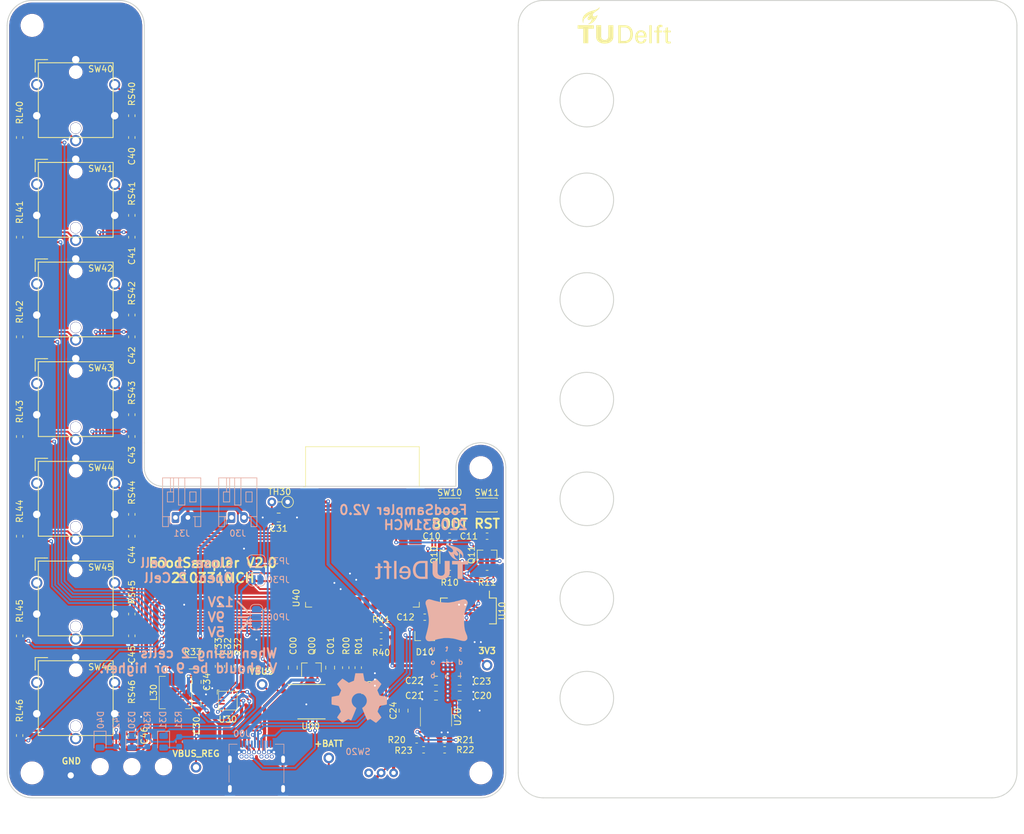
<source format=kicad_pcb>
(kicad_pcb (version 20171130) (host pcbnew "(5.1.9-0-10_14)")
  (layers (0 F.Cu signal) (31 B.Cu signal) (34 B.Paste user) (35 F.Paste user) (36 B.SilkS user) (37 F.SilkS user) (38 B.Mask user) (39 F.Mask user) (44 Edge.Cuts user))
  (net 0 "")
  (net 1 VBUS)
  (net 2 GND)
  (net 3 "Net-(C01-Pad1)")
  (net 4 IO0)
  (net 5 EN)
  (net 6 +3V3)
  (net 7 "Net-(C31-Pad1)")
  (net 8 "Net-(C32-Pad1)")
  (net 9 "Net-(C33-Pad1)")
  (net 10 "Net-(C33-Pad2)")
  (net 11 +BATT)
  (net 12 SW0)
  (net 13 SW1)
  (net 14 SW2)
  (net 15 SW3)
  (net 16 SW4)
  (net 17 SW5)
  (net 18 SW6)
  (net 19 "Net-(D00-Pad2)")
  (net 20 "Net-(D00-Pad1)")
  (net 21 "Net-(J00-PadA2)")
  (net 22 "Net-(J00-PadA3)")
  (net 23 "Net-(D10-Pad2)")
  (net 24 "Net-(D10-Pad1)")
  (net 25 "Net-(J00-PadA8)")
  (net 26 "Net-(J00-PadA10)")
  (net 27 "Net-(J00-PadA11)")
  (net 28 "Net-(J00-PadB2)")
  (net 29 "Net-(J00-PadB3)")
  (net 30 "Net-(J00-PadB8)")
  (net 31 "Net-(J00-PadB10)")
  (net 32 "Net-(J00-PadB11)")
  (net 33 "Net-(J30-Pad2)")
  (net 34 "Net-(JP00-Pad2)")
  (net 35 "Net-(JP30-Pad2)")
  (net 36 "Net-(JP30-Pad1)")
  (net 37 "Net-(Q00-Pad1)")
  (net 38 "Net-(Q10-Pad1)")
  (net 39 "Net-(Q10-Pad2)")
  (net 40 "Net-(Q11-Pad2)")
  (net 41 "Net-(Q11-Pad1)")
  (net 42 "Net-(R20-Pad1)")
  (net 43 "Net-(R21-Pad2)")
  (net 44 "Net-(R21-Pad1)")
  (net 45 "Net-(R22-Pad2)")
  (net 46 "Net-(D30-Pad2)")
  (net 47 "Net-(D31-Pad2)")
  (net 48 "Net-(L30-Pad2)")
  (net 49 "Net-(R40-Pad1)")
  (net 50 LED0)
  (net 51 "Net-(RL40-Pad1)")
  (net 52 "Net-(RL41-Pad1)")
  (net 53 LED1)
  (net 54 LED2)
  (net 55 "Net-(RL42-Pad1)")
  (net 56 "Net-(RL43-Pad1)")
  (net 57 LED3)
  (net 58 LED4)
  (net 59 "Net-(RL44-Pad1)")
  (net 60 "Net-(RL45-Pad1)")
  (net 61 LED5)
  (net 62 LED6)
  (net 63 "Net-(RL46-Pad1)")
  (net 64 "Net-(RS40-Pad1)")
  (net 65 "Net-(RS41-Pad1)")
  (net 66 "Net-(RS42-Pad1)")
  (net 67 "Net-(RS43-Pad1)")
  (net 68 "Net-(RS44-Pad1)")
  (net 69 "Net-(RS45-Pad1)")
  (net 70 "Net-(RS46-Pad1)")
  (net 71 FT_RXD)
  (net 72 "Net-(U10-Pad5)")
  (net 73 "Net-(U10-Pad7)")
  (net 74 "Net-(U10-Pad8)")
  (net 75 "Net-(U10-Pad9)")
  (net 76 "Net-(U10-Pad10)")
  (net 77 "Net-(U10-Pad17)")
  (net 78 "Net-(U10-Pad18)")
  (net 79 "Net-(U10-Pad19)")
  (net 80 FT_TXD)
  (net 81 "Net-(U40-Pad4)")
  (net 82 "Net-(U40-Pad8)")
  (net 83 "Net-(U40-Pad9)")
  (net 84 "Net-(U40-Pad26)")
  (net 85 "Net-(U40-Pad27)")
  (net 86 "Net-(U40-Pad28)")
  (net 87 "Net-(U40-Pad29)")
  (net 88 "Net-(U40-Pad30)")
  (net 89 "Net-(U40-Pad31)")
  (net 90 "Net-(U40-Pad32)")
  (net 91 "Net-(U40-Pad33)")
  (net 92 "Net-(U40-Pad36)")
  (net 93 "Net-(U40-Pad37)")
  (net 94 "Net-(D30-Pad1)")
  (net 95 "Net-(D31-Pad1)")
  (net 96 "Net-(U30-Pad5)")
  (net 97 "Net-(U30-Pad6)")
  (net 98 "Net-(SW20-Pad3)")
  (net 99 "Net-(C24-Pad1)")
  (net 100 "Net-(SW40-Pad2)")
  (net 101 "Net-(SW41-Pad2)")
  (net 102 "Net-(SW42-Pad2)")
  (net 103 "Net-(SW43-Pad2)")
  (net 104 "Net-(SW44-Pad2)")
  (net 105 "Net-(SW45-Pad2)")
  (net 106 "Net-(SW46-Pad2)")
  (net 107 "Net-(D40-Pad2)")
  (net 108 "Net-(R42-Pad2)")
  (module MountingHole:MountingHole_3.2mm_M3 (layer F.Cu) (at 112 35)
    (fp_text reference H01 hide)
    (fp_text value MountingHole)
    (pad 1 np_thru_hole circle (at 0 0) (size 3.2 3.2) (drill 3.2) (layers *.Cu *.Mask))
  )
  (module MountingHole:MountingHole_3.2mm_M3 (layer F.Cu) (at 184 35)
    (fp_text reference H01 hide)
    (fp_text value MountingHole)
    (pad 1 np_thru_hole circle (at 0 0) (size 3.2 3.2) (drill 3.2) (layers *.Cu *.Mask))
  )
  (module MountingHole:MountingHole_3.2mm_M3 (layer F.Cu) (at 184 155)
    (fp_text reference H01 hide)
    (fp_text value MountingHole)
    (pad 1 np_thru_hole circle (at 0 0) (size 3.2 3.2) (drill 3.2) (layers *.Cu *.Mask))
  )
  (module MountingHole:MountingHole_3.2mm_M3 (layer F.Cu) (at 112 155)
    (fp_text reference H01 hide)
    (fp_text value MountingHole)
    (pad 1 np_thru_hole circle (at 0 0) (size 3.2 3.2) (drill 3.2) (layers *.Cu *.Mask))
  )
  (module Resistor_SMD:R_0603_1608Metric (layer F.Cu) (at 86 132 180)
    (fp_text reference R41 (at 0 1.6 180) (layer F.SilkS))
    (fp_text value 100K)
    (pad 2 smd roundrect (at 0.7875 0 180) (size 0.875 0.95) (layers F.Cu F.Paste F.Mask) (net 49 "Net-(R40-Pad1)"))
    (pad 1 smd roundrect (at -0.7875 0 180) (size 0.875 0.95) (layers F.Cu F.Paste F.Mask) (net 2 GND))
  )
  (module Capacitor_SMD:C_0805_2012Metric (layer F.Cu) (at 71.823194 138.10458 90)
    (fp_text reference C00 (at 3.50458 0.076806 90) (layer F.SilkS))
    (fp_text value 1uF)
    (pad 1 smd roundrect (at -0.9375 0 90) (size 0.975 1.4) (layers F.Cu F.Paste F.Mask) (net 1 VBUS))
    (pad 2 smd roundrect (at 0.9375 0 90) (size 0.975 1.4) (layers F.Cu F.Paste F.Mask) (net 2 GND))
  )
  (module Capacitor_SMD:C_0805_2012Metric (layer F.Cu) (at 77.823194 138.10458 90)
    (fp_text reference C01 (at 3.50458 0.076806 90) (layer F.SilkS))
    (fp_text value 10uF)
    (pad 2 smd roundrect (at 0.9375 0 90) (size 0.975 1.4) (layers F.Cu F.Paste F.Mask) (net 2 GND))
    (pad 1 smd roundrect (at -0.9375 0 90) (size 0.975 1.4) (layers F.Cu F.Paste F.Mask) (net 3 "Net-(C01-Pad1)"))
  )
  (module Capacitor_SMD:C_0603_1608Metric (layer F.Cu) (at 97 117 180)
    (fp_text reference C10 (at 2.9 0 180) (layer F.SilkS))
    (fp_text value 100nF)
    (pad 2 smd roundrect (at 0.7875 0 180) (size 0.875 0.95) (layers F.Cu F.Paste F.Mask) (net 2 GND))
    (pad 1 smd roundrect (at -0.7875 0 180) (size 0.875 0.95) (layers F.Cu F.Paste F.Mask) (net 4 IO0))
  )
  (module Capacitor_SMD:C_0603_1608Metric (layer F.Cu) (at 103 117 180)
    (fp_text reference C11 (at 2.92 -0.01 180) (layer F.SilkS))
    (fp_text value 100nF)
    (pad 1 smd roundrect (at -0.7875 0 180) (size 0.875 0.95) (layers F.Cu F.Paste F.Mask) (net 5 EN))
    (pad 2 smd roundrect (at 0.7875 0 180) (size 0.875 0.95) (layers F.Cu F.Paste F.Mask) (net 2 GND))
  )
  (module Capacitor_SMD:C_0603_1608Metric (layer F.Cu) (at 93 130 180)
    (fp_text reference C12 (at 3.1 0 180) (layer F.SilkS))
    (fp_text value 100nF)
    (pad 1 smd roundrect (at -0.7875 0 180) (size 0.875 0.95) (layers F.Cu F.Paste F.Mask) (net 6 +3V3))
    (pad 2 smd roundrect (at 0.7875 0 180) (size 0.875 0.95) (layers F.Cu F.Paste F.Mask) (net 2 GND))
  )
  (module Capacitor_SMD:C_0805_2012Metric (layer F.Cu) (at 98.6 142.6)
    (fp_text reference C20 (at 3.7 0) (layer F.SilkS))
    (fp_text value 10uF)
    (pad 1 smd roundrect (at -0.9375 0) (size 0.975 1.4) (layers F.Cu F.Paste F.Mask) (net 6 +3V3))
    (pad 2 smd roundrect (at 0.9375 0) (size 0.975 1.4) (layers F.Cu F.Paste F.Mask) (net 2 GND))
  )
  (module Capacitor_SMD:C_0805_2012Metric (layer F.Cu) (at 94.8 142.6 180)
    (fp_text reference C21 (at 3.5 0 180) (layer F.SilkS))
    (fp_text value 10uF)
    (pad 2 smd roundrect (at 0.9375 0 180) (size 0.975 1.4) (layers F.Cu F.Paste F.Mask) (net 2 GND))
    (pad 1 smd roundrect (at -0.9375 0 180) (size 0.975 1.4) (layers F.Cu F.Paste F.Mask) (net 6 +3V3))
  )
  (module Capacitor_SMD:C_0805_2012Metric (layer F.Cu) (at 94.8 140.2 180)
    (fp_text reference C22 (at 3.5 0 180) (layer F.SilkS))
    (fp_text value 10uF)
    (pad 1 smd roundrect (at -0.9375 0 180) (size 0.975 1.4) (layers F.Cu F.Paste F.Mask) (net 6 +3V3))
    (pad 2 smd roundrect (at 0.9375 0 180) (size 0.975 1.4) (layers F.Cu F.Paste F.Mask) (net 2 GND))
  )
  (module Capacitor_SMD:C_0805_2012Metric (layer F.Cu) (at 98.6 140.2)
    (fp_text reference C23 (at 3.6 0.1) (layer F.SilkS))
    (fp_text value 10uF)
    (pad 2 smd roundrect (at 0.9375 0) (size 0.975 1.4) (layers F.Cu F.Paste F.Mask) (net 2 GND))
    (pad 1 smd roundrect (at -0.9375 0) (size 0.975 1.4) (layers F.Cu F.Paste F.Mask) (net 6 +3V3))
  )
  (module Capacitor_SMD:C_0805_2012Metric (layer F.Cu) (at 56.4 143.9 90)
    (fp_text reference C30 (at -3.5 0 90) (layer F.SilkS))
    (fp_text value 22uF)
    (pad 2 smd roundrect (at 0.9375 0 90) (size 0.975 1.4) (layers F.Cu F.Paste F.Mask) (net 2 GND))
    (pad 1 smd roundrect (at -0.9375 0 90) (size 0.975 1.4) (layers F.Cu F.Paste F.Mask) (net 3 "Net-(C01-Pad1)"))
  )
  (module Capacitor_SMD:C_0805_2012Metric (layer F.Cu) (at 69.5625 114)
    (fp_text reference C31 (at 0.0175 1.77) (layer F.SilkS))
    (fp_text value 1uF)
    (pad 1 smd roundrect (at -0.9375 0) (size 0.975 1.4) (layers F.Cu F.Paste F.Mask) (net 7 "Net-(C31-Pad1)"))
    (pad 2 smd roundrect (at 0.9375 0) (size 0.975 1.4) (layers F.Cu F.Paste F.Mask) (net 2 GND))
  )
  (module Capacitor_SMD:C_0603_1608Metric (layer F.Cu) (at 59.9 137.9 270)
    (fp_text reference C33 (at -3.2 0 270) (layer F.SilkS))
    (fp_text value 100nF)
    (pad 1 smd roundrect (at -0.7875 0 270) (size 0.875 0.95) (layers F.Cu F.Paste F.Mask) (net 9 "Net-(C33-Pad1)"))
    (pad 2 smd roundrect (at 0.7875 0 270) (size 0.875 0.95) (layers F.Cu F.Paste F.Mask) (net 10 "Net-(C33-Pad2)"))
  )
  (module Capacitor_SMD:C_0805_2012Metric (layer F.Cu) (at 56.4 140.4 270)
    (fp_text reference C34 (at 0 -1.65 270) (layer F.SilkS))
    (fp_text value 22uF)
    (pad 1 smd roundrect (at -0.9375 0 270) (size 0.975 1.4) (layers F.Cu F.Paste F.Mask) (net 11 +BATT))
    (pad 2 smd roundrect (at 0.9375 0 270) (size 0.975 1.4) (layers F.Cu F.Paste F.Mask) (net 2 GND))
  )
  (module Capacitor_SMD:C_0603_1608Metric (layer F.Cu) (at 46 53 270)
    (fp_text reference C40 (at 3 0 270) (layer F.SilkS))
    (fp_text value 10nF)
    (pad 1 smd roundrect (at -0.7875 0 270) (size 0.875 0.95) (layers F.Cu F.Paste F.Mask) (net 12 SW0))
    (pad 2 smd roundrect (at 0.7875 0 270) (size 0.875 0.95) (layers F.Cu F.Paste F.Mask) (net 2 GND))
  )
  (module Capacitor_SMD:C_0603_1608Metric (layer F.Cu) (at 46 69 270)
    (fp_text reference C41 (at 3 0 270) (layer F.SilkS))
    (fp_text value 10nF)
    (pad 2 smd roundrect (at 0.7875 0 270) (size 0.875 0.95) (layers F.Cu F.Paste F.Mask) (net 2 GND))
    (pad 1 smd roundrect (at -0.7875 0 270) (size 0.875 0.95) (layers F.Cu F.Paste F.Mask) (net 13 SW1))
  )
  (module Capacitor_SMD:C_0603_1608Metric (layer F.Cu) (at 46 85 270)
    (fp_text reference C42 (at 3 0 270) (layer F.SilkS))
    (fp_text value 10nF)
    (pad 2 smd roundrect (at 0.7875 0 270) (size 0.875 0.95) (layers F.Cu F.Paste F.Mask) (net 2 GND))
    (pad 1 smd roundrect (at -0.7875 0 270) (size 0.875 0.95) (layers F.Cu F.Paste F.Mask) (net 14 SW2))
  )
  (module Capacitor_SMD:C_0603_1608Metric (layer F.Cu) (at 46 101 270)
    (fp_text reference C43 (at 3 0 270) (layer F.SilkS))
    (fp_text value 10nF)
    (pad 2 smd roundrect (at 0.7875 0 270) (size 0.875 0.95) (layers F.Cu F.Paste F.Mask) (net 2 GND))
    (pad 1 smd roundrect (at -0.7875 0 270) (size 0.875 0.95) (layers F.Cu F.Paste F.Mask) (net 15 SW3))
  )
  (module Capacitor_SMD:C_0603_1608Metric (layer F.Cu) (at 46 117 270)
    (fp_text reference C44 (at 3 0 270) (layer F.SilkS))
    (fp_text value 10nF)
    (pad 1 smd roundrect (at -0.7875 0 270) (size 0.875 0.95) (layers F.Cu F.Paste F.Mask) (net 16 SW4))
    (pad 2 smd roundrect (at 0.7875 0 270) (size 0.875 0.95) (layers F.Cu F.Paste F.Mask) (net 2 GND))
  )
  (module Capacitor_SMD:C_0603_1608Metric (layer F.Cu) (at 46 133 270)
    (fp_text reference C45 (at 3 0 270) (layer F.SilkS))
    (fp_text value 10nF)
    (pad 2 smd roundrect (at 0.7875 0 270) (size 0.875 0.95) (layers F.Cu F.Paste F.Mask) (net 2 GND))
    (pad 1 smd roundrect (at -0.7875 0 270) (size 0.875 0.95) (layers F.Cu F.Paste F.Mask) (net 17 SW5))
  )
  (module Capacitor_SMD:C_0603_1608Metric (layer F.Cu) (at 46 149 270)
    (fp_text reference C46 (at 0 -2 270) (layer F.SilkS))
    (fp_text value 10nF)
    (pad 1 smd roundrect (at -0.7875 0 270) (size 0.875 0.95) (layers F.Cu F.Paste F.Mask) (net 18 SW6))
    (pad 2 smd roundrect (at 0.7875 0 270) (size 0.875 0.95) (layers F.Cu F.Paste F.Mask) (net 2 GND))
  )
  (module Package_TO_SOT_SMD:SOT-23 (layer F.Cu) (at 81.323194 141.60458 90)
    (fp_text reference D00 (at 0.00458 2.876806 90) (layer F.SilkS))
    (fp_text value ESDA25L)
    (pad 3 smd rect (at 1 0 90) (size 0.9 0.8) (layers F.Cu F.Paste F.Mask) (net 2 GND))
    (pad 2 smd rect (at -1 0.95 90) (size 0.9 0.8) (layers F.Cu F.Paste F.Mask) (net 19 "Net-(D00-Pad2)"))
    (pad 1 smd rect (at -1 -0.95 90) (size 0.9 0.8) (layers F.Cu F.Paste F.Mask) (net 20 "Net-(D00-Pad1)"))
  )
  (module _connectors:632723130112 (layer B.Cu) (at 66 161 180)
    (fp_text reference J00 (at 2.4 12.3) (layer B.SilkS) (effects (justify mirror)))
    (fp_text value USB_C_Receptacle)
    (pad A2 smd rect (at -2.25 10.6 180) (size 0.3 1.2) (layers B.Cu B.Paste B.Mask) (net 21 "Net-(J00-PadA2)"))
    (pad A3 smd rect (at -1.75 10.6 180) (size 0.3 1.2) (layers B.Cu B.Paste B.Mask) (net 22 "Net-(J00-PadA3)"))
    (pad A4 smd rect (at -1.25 10.6 180) (size 0.3 1.2) (layers B.Cu B.Paste B.Mask) (net 1 VBUS))
    (pad A5 smd rect (at -0.75 10.6 180) (size 0.3 1.2) (layers B.Cu B.Paste B.Mask) (net 20 "Net-(D00-Pad1)"))
    (pad A6 smd rect (at -0.25 10.6 180) (size 0.3 1.2) (layers B.Cu B.Paste B.Mask) (net 23 "Net-(D10-Pad2)"))
    (pad A7 smd rect (at 0.25 10.6 180) (size 0.3 1.2) (layers B.Cu B.Paste B.Mask) (net 24 "Net-(D10-Pad1)"))
    (pad A8 smd rect (at 0.75 10.6 180) (size 0.3 1.2) (layers B.Cu B.Paste B.Mask) (net 25 "Net-(J00-PadA8)"))
    (pad A9 smd rect (at 1.25 10.6 180) (size 0.3 1.2) (layers B.Cu B.Paste B.Mask) (net 1 VBUS))
    (pad A10 smd rect (at 1.75 10.6 180) (size 0.3 1.2) (layers B.Cu B.Paste B.Mask) (net 26 "Net-(J00-PadA10)"))
    (pad A11 smd rect (at 2.25 10.6 180) (size 0.3 1.2) (layers B.Cu B.Paste B.Mask) (net 27 "Net-(J00-PadA11)"))
    (pad A1 smd rect (at -2.75 10.6 180) (size 0.3 1.2) (layers B.Cu B.Paste B.Mask) (net 2 GND))
    (pad A12 smd rect (at 2.75 10.6 180) (size 0.3 1.2) (layers B.Cu B.Paste B.Mask) (net 2 GND))
    (pad B1 thru_hole circle (at 2.8 9.33 180) (size 0.65 0.65) (drill 0.4) (layers *.Cu *.Mask) (net 2 GND))
    (pad B12 thru_hole circle (at -2.8 9.33 180) (size 0.65 0.65) (drill 0.4) (layers *.Cu *.Mask) (net 2 GND))
    (pad B2 thru_hole circle (at 2.4 8.63 180) (size 0.65 0.65) (drill 0.4) (layers *.Cu *.Mask) (net 28 "Net-(J00-PadB2)"))
    (pad S1 thru_hole circle (at 2 9.33 180) (size 0.65 0.65) (drill 0.4) (layers *.Cu *.Mask) (net 2 GND))
    (pad B3 thru_hole circle (at 1.6 8.63 180) (size 0.65 0.65) (drill 0.4) (layers *.Cu *.Mask) (net 29 "Net-(J00-PadB3)"))
    (pad B4 thru_hole circle (at 1.2 9.33 180) (size 0.65 0.65) (drill 0.4) (layers *.Cu *.Mask) (net 1 VBUS))
    (pad B5 thru_hole circle (at 0.8 8.63 180) (size 0.65 0.65) (drill 0.4) (layers *.Cu *.Mask) (net 19 "Net-(D00-Pad2)"))
    (pad B6 thru_hole circle (at 0.4 9.33 180) (size 0.65 0.65) (drill 0.4) (layers *.Cu *.Mask) (net 23 "Net-(D10-Pad2)"))
    (pad B7 thru_hole circle (at -0.4 9.33 180) (size 0.65 0.65) (drill 0.4) (layers *.Cu *.Mask) (net 24 "Net-(D10-Pad1)"))
    (pad B8 thru_hole circle (at -0.8 8.63 180) (size 0.65 0.65) (drill 0.4) (layers *.Cu *.Mask) (net 30 "Net-(J00-PadB8)"))
    (pad B9 thru_hole circle (at -1.2 9.33 180) (size 0.65 0.65) (drill 0.4) (layers *.Cu *.Mask) (net 1 VBUS))
    (pad B10 thru_hole circle (at -1.65 8.63 180) (size 0.65 0.65) (drill 0.4) (layers *.Cu *.Mask) (net 31 "Net-(J00-PadB10)"))
    (pad S1 thru_hole circle (at -2 9.33 180) (size 0.65 0.65) (drill 0.4) (layers *.Cu *.Mask) (net 2 GND))
    (pad B11 thru_hole circle (at -2.45 8.63 180) (size 0.65 0.65) (drill 0.4) (layers *.Cu *.Mask) (net 32 "Net-(J00-PadB11)"))
    (pad S1 thru_hole oval (at -4.27 8.18 180) (size 1 1.6) (drill oval 0.6 1.2) (layers *.Cu *.Mask) (net 2 GND))
    (pad S1 thru_hole oval (at 4.27 8.18 180) (size 1 1.6) (drill oval 0.6 1.2) (layers *.Cu *.Mask) (net 2 GND))
    (pad S1 thru_hole oval (at 4.27 3.45 180) (size 1 1.6) (drill oval 0.6 1.2) (layers *.Cu *.Mask) (net 2 GND))
    (pad S1 thru_hole oval (at -4.27 3.45 180) (size 1 1.6) (drill oval 0.6 1.2) (layers *.Cu *.Mask) (net 2 GND))
  )
  (module Connector_JST:JST_PH_S2B-PH-K_1x02_P2.00mm_Horizontal (layer B.Cu) (at 62 114)
    (fp_text reference J30 (at 1 2.55) (layer B.SilkS) (effects (justify mirror)))
    (fp_text value BATT1)
    (pad 1 thru_hole roundrect (at 0 0) (size 1.2 1.75) (drill 0.75) (layers *.Cu *.Mask) (roundrect_rratio 0.208333) (net 11 +BATT))
    (pad 2 thru_hole oval (at 2 0) (size 1.2 1.75) (drill 0.75) (layers *.Cu *.Mask) (net 33 "Net-(J30-Pad2)"))
  )
  (module Connector_JST:JST_PH_S2B-PH-K_1x02_P2.00mm_Horizontal (layer B.Cu) (at 53 114)
    (fp_text reference J31 (at 1 2.55) (layer B.SilkS) (effects (justify mirror)))
    (fp_text value BATT2)
    (pad 2 thru_hole oval (at 2 0) (size 1.2 1.75) (drill 0.75) (layers *.Cu *.Mask) (net 2 GND))
    (pad 1 thru_hole roundrect (at 0 0) (size 1.2 1.75) (drill 0.75) (layers *.Cu *.Mask) (roundrect_rratio 0.208333) (net 33 "Net-(J30-Pad2)"))
  )
  (module Jumper:SolderJumper-3_P1.3mm_Open_RoundedPad1.0x1.5mm (layer B.Cu) (at 66 130 270)
    (fp_text reference JP00 (at 0 -3.5) (layer B.SilkS) (effects (justify mirror)))
    (fp_text value V_SEL)
    (pad 1 smd custom (at -1.3 0 270) (size 1 0.5) (layers B.Cu B.Mask) (net 1 VBUS) (options (clearance outline) (anchor rect)) (primitives (gr_circle (center 0 -0.25) (end 0.5 -0.25) (width 0)) (gr_circle (center 0 0.25) (end 0.5 0.25) (width 0)) (gr_poly (pts (xy 0.55 0.75) (xy 0 0.75) (xy 0 -0.75) (xy 0.55 -0.75)) (width 0))))
    (pad 3 smd custom (at 1.3 0 270) (size 1 0.5) (layers B.Cu B.Mask) (net 2 GND) (options (clearance outline) (anchor rect)) (primitives (gr_circle (center 0 -0.25) (end 0.5 -0.25) (width 0)) (gr_circle (center 0 0.25) (end 0.5 0.25) (width 0)) (gr_poly (pts (xy -0.55 0.75) (xy 0 0.75) (xy 0 -0.75) (xy -0.55 -0.75)) (width 0))))
    (pad 2 smd rect (at 0 0 270) (size 1 1.5) (layers B.Cu B.Mask) (net 34 "Net-(JP00-Pad2)"))
  )
  (module Jumper:SolderJumper-2_P1.3mm_Open_RoundedPad1.0x1.5mm (layer B.Cu) (at 66 124 180)
    (fp_text reference JP30 (at -3.5 0 180) (layer B.SilkS) (effects (justify mirror)))
    (fp_text value N_CELLS)
    (pad 2 smd custom (at 0.65 0 180) (size 1 0.5) (layers B.Cu B.Mask) (net 35 "Net-(JP30-Pad2)") (options (clearance outline) (anchor rect)) (primitives (gr_circle (center 0 -0.25) (end 0.5 -0.25) (width 0)) (gr_circle (center 0 0.25) (end 0.5 0.25) (width 0)) (gr_poly (pts (xy 0 0.75) (xy -0.5 0.75) (xy -0.5 -0.75) (xy 0 -0.75)) (width 0))))
    (pad 1 smd custom (at -0.65 0 180) (size 1 0.5) (layers B.Cu B.Mask) (net 36 "Net-(JP30-Pad1)") (options (clearance outline) (anchor rect)) (primitives (gr_circle (center 0 -0.25) (end 0.5 -0.25) (width 0)) (gr_circle (center 0 0.25) (end 0.5 0.25) (width 0)) (gr_poly (pts (xy 0 0.75) (xy 0.5 0.75) (xy 0.5 -0.75) (xy 0 -0.75)) (width 0))))
  )
  (module Jumper:SolderJumper-2_P1.3mm_Open_RoundedPad1.0x1.5mm (layer B.Cu) (at 66 121 180)
    (fp_text reference JP31 (at -3.5 0 180) (layer B.SilkS) (effects (justify mirror)))
    (fp_text value N_CELLS)
    (pad 1 smd custom (at -0.65 0 180) (size 1 0.5) (layers B.Cu B.Mask) (net 33 "Net-(J30-Pad2)") (options (clearance outline) (anchor rect)) (primitives (gr_circle (center 0 -0.25) (end 0.5 -0.25) (width 0)) (gr_circle (center 0 0.25) (end 0.5 0.25) (width 0)) (gr_poly (pts (xy 0 0.75) (xy 0.5 0.75) (xy 0.5 -0.75) (xy 0 -0.75)) (width 0))))
    (pad 2 smd custom (at 0.65 0 180) (size 1 0.5) (layers B.Cu B.Mask) (net 2 GND) (options (clearance outline) (anchor rect)) (primitives (gr_circle (center 0 -0.25) (end 0.5 -0.25) (width 0)) (gr_circle (center 0 0.25) (end 0.5 0.25) (width 0)) (gr_poly (pts (xy 0 0.75) (xy -0.5 0.75) (xy -0.5 -0.75) (xy 0 -0.75)) (width 0))))
  )
  (module Package_TO_SOT_SMD:SOT-23 (layer F.Cu) (at 74.823194 138.10458 90)
    (fp_text reference Q00 (at 3.50458 0.076806 90) (layer F.SilkS))
    (fp_text value Si2306BDS)
    (pad 1 smd rect (at -1 -0.95 90) (size 0.9 0.8) (layers F.Cu F.Paste F.Mask) (net 37 "Net-(Q00-Pad1)"))
    (pad 2 smd rect (at -1 0.95 90) (size 0.9 0.8) (layers F.Cu F.Paste F.Mask) (net 3 "Net-(C01-Pad1)"))
    (pad 3 smd rect (at 1 0 90) (size 0.9 0.8) (layers F.Cu F.Paste F.Mask) (net 1 VBUS))
  )
  (module Package_TO_SOT_SMD:SOT-23 (layer F.Cu) (at 97 120 90)
    (fp_text reference Q10 (at 0 -2.5 90) (layer F.SilkS))
    (fp_text value MMBT3904)
    (pad 1 smd rect (at -1 -0.95 90) (size 0.9 0.8) (layers F.Cu F.Paste F.Mask) (net 38 "Net-(Q10-Pad1)"))
    (pad 2 smd rect (at -1 0.95 90) (size 0.9 0.8) (layers F.Cu F.Paste F.Mask) (net 39 "Net-(Q10-Pad2)"))
    (pad 3 smd rect (at 1 0 90) (size 0.9 0.8) (layers F.Cu F.Paste F.Mask) (net 4 IO0))
  )
  (module Package_TO_SOT_SMD:SOT-23 (layer F.Cu) (at 103 120 90)
    (fp_text reference Q11 (at 0 -2.5 90) (layer F.SilkS))
    (fp_text value MMBT3904)
    (pad 3 smd rect (at 1 0 90) (size 0.9 0.8) (layers F.Cu F.Paste F.Mask) (net 5 EN))
    (pad 2 smd rect (at -1 0.95 90) (size 0.9 0.8) (layers F.Cu F.Paste F.Mask) (net 40 "Net-(Q11-Pad2)"))
    (pad 1 smd rect (at -1 -0.95 90) (size 0.9 0.8) (layers F.Cu F.Paste F.Mask) (net 41 "Net-(Q11-Pad1)"))
  )
  (module Resistor_SMD:R_0603_1608Metric (layer F.Cu) (at 80.323194 138.10458 90)
    (fp_text reference R00 (at 3.50458 0.076806 90) (layer F.SilkS))
    (fp_text value 5K1)
    (pad 2 smd roundrect (at 0.7875 0 90) (size 0.875 0.95) (layers F.Cu F.Paste F.Mask) (net 2 GND))
    (pad 1 smd roundrect (at -0.7875 0 90) (size 0.875 0.95) (layers F.Cu F.Paste F.Mask) (net 20 "Net-(D00-Pad1)"))
  )
  (module Resistor_SMD:R_0603_1608Metric (layer F.Cu) (at 82.323194 138.10458 90)
    (fp_text reference R01 (at 3.50458 0.076806 90) (layer F.SilkS))
    (fp_text value 5K1)
    (pad 1 smd roundrect (at -0.7875 0 90) (size 0.875 0.95) (layers F.Cu F.Paste F.Mask) (net 19 "Net-(D00-Pad2)"))
    (pad 2 smd roundrect (at 0.7875 0 90) (size 0.875 0.95) (layers F.Cu F.Paste F.Mask) (net 2 GND))
  )
  (module Resistor_SMD:R_0603_1608Metric (layer F.Cu) (at 97 123 180)
    (fp_text reference R10 (at 0 -1.43 180) (layer F.SilkS))
    (fp_text value 10K)
    (pad 1 smd roundrect (at -0.7875 0 180) (size 0.875 0.95) (layers F.Cu F.Paste F.Mask) (net 40 "Net-(Q11-Pad2)"))
    (pad 2 smd roundrect (at 0.7875 0 180) (size 0.875 0.95) (layers F.Cu F.Paste F.Mask) (net 38 "Net-(Q10-Pad1)"))
  )
  (module Resistor_SMD:R_0603_1608Metric (layer F.Cu) (at 103 123 180)
    (fp_text reference R11 (at 0 -1.43 180) (layer F.SilkS))
    (fp_text value 10K)
    (pad 2 smd roundrect (at 0.7875 0 180) (size 0.875 0.95) (layers F.Cu F.Paste F.Mask) (net 41 "Net-(Q11-Pad1)"))
    (pad 1 smd roundrect (at -0.7875 0 180) (size 0.875 0.95) (layers F.Cu F.Paste F.Mask) (net 39 "Net-(Q10-Pad2)"))
  )
  (module Resistor_SMD:R_0603_1608Metric (layer F.Cu) (at 91.7 149.7 180)
    (fp_text reference R20 (at 3.2 0 180) (layer F.SilkS))
    (fp_text value 100K)
    (pad 1 smd roundrect (at -0.7875 0 180) (size 0.875 0.95) (layers F.Cu F.Paste F.Mask) (net 42 "Net-(R20-Pad1)"))
    (pad 2 smd roundrect (at 0.7875 0 180) (size 0.875 0.95) (layers F.Cu F.Paste F.Mask) (net 99 "Net-(C24-Pad1)"))
  )
  (module Resistor_SMD:R_0603_1608Metric (layer F.Cu) (at 96.1875 149.7 180)
    (fp_text reference R21 (at -3.3125 0 180) (layer F.SilkS))
    (fp_text value 100K)
    (pad 2 smd roundrect (at 0.7875 0 180) (size 0.875 0.95) (layers F.Cu F.Paste F.Mask) (net 43 "Net-(R21-Pad2)"))
    (pad 1 smd roundrect (at -0.7875 0 180) (size 0.875 0.95) (layers F.Cu F.Paste F.Mask) (net 44 "Net-(R21-Pad1)"))
  )
  (module Resistor_SMD:R_0603_1608Metric (layer F.Cu) (at 96.1875 151.3 180)
    (fp_text reference R22 (at -3.3125 0 180) (layer F.SilkS))
    (fp_text value 75K)
    (pad 1 smd roundrect (at -0.7875 0 180) (size 0.875 0.95) (layers F.Cu F.Paste F.Mask) (net 6 +3V3))
    (pad 2 smd roundrect (at 0.7875 0 180) (size 0.875 0.95) (layers F.Cu F.Paste F.Mask) (net 45 "Net-(R22-Pad2)"))
  )
  (module Resistor_SMD:R_0603_1608Metric (layer F.Cu) (at 92.8125 151.3 180)
    (fp_text reference R23 (at 3.2125 -0.1 180) (layer F.SilkS))
    (fp_text value 24K3)
    (pad 2 smd roundrect (at 0.7875 0 180) (size 0.875 0.95) (layers F.Cu F.Paste F.Mask) (net 2 GND))
    (pad 1 smd roundrect (at -0.7875 0 180) (size 0.875 0.95) (layers F.Cu F.Paste F.Mask) (net 45 "Net-(R22-Pad2)"))
  )
  (module Resistor_SMD:R_0603_1608Metric (layer B.Cu) (at 48.5 150 270)
    (fp_text reference R30 (at -3.5 0 270) (layer B.SilkS) (effects (justify mirror)))
    (fp_text value 1K)
    (pad 1 smd roundrect (at -0.7875 0 270) (size 0.875 0.95) (layers B.Cu B.Paste B.Mask) (net 3 "Net-(C01-Pad1)"))
    (pad 2 smd roundrect (at 0.7875 0 270) (size 0.875 0.95) (layers B.Cu B.Paste B.Mask) (net 46 "Net-(D30-Pad2)"))
  )
  (module Resistor_SMD:R_0603_1608Metric (layer B.Cu) (at 53.6 150 270)
    (fp_text reference R31 (at -3.5 0.1 270) (layer B.SilkS) (effects (justify mirror)))
    (fp_text value 1K)
    (pad 1 smd roundrect (at -0.7875 0 270) (size 0.875 0.95) (layers B.Cu B.Paste B.Mask) (net 3 "Net-(C01-Pad1)"))
    (pad 2 smd roundrect (at 0.7875 0 270) (size 0.875 0.95) (layers B.Cu B.Paste B.Mask) (net 47 "Net-(D31-Pad2)"))
  )
  (module Resistor_SMD:R_0603_1608Metric (layer F.Cu) (at 62.9 137.9 90)
    (fp_text reference R32 (at 3.2 0.1 90) (layer F.SilkS))
    (fp_text value 10K)
    (pad 1 smd roundrect (at -0.7875 0 90) (size 0.875 0.95) (layers F.Cu F.Paste F.Mask) (net 7 "Net-(C31-Pad1)"))
    (pad 2 smd roundrect (at 0.7875 0 90) (size 0.875 0.95) (layers F.Cu F.Paste F.Mask) (net 36 "Net-(JP30-Pad1)"))
  )
  (module Resistor_SMD:R_1206_3216Metric (layer F.Cu) (at 55.8 137.4)
    (fp_text reference R33 (at 0 -1.82) (layer F.SilkS))
    (fp_text value 68m)
    (pad 1 smd roundrect (at -1.4 0) (size 1.25 1.75) (layers F.Cu F.Paste F.Mask) (roundrect_rratio 0.2) (net 48 "Net-(L30-Pad2)"))
    (pad 2 smd roundrect (at 1.4 0) (size 1.25 1.75) (layers F.Cu F.Paste F.Mask) (roundrect_rratio 0.2) (net 11 +BATT))
  )
  (module Resistor_SMD:R_0603_1608Metric (layer F.Cu) (at 86 134)
    (fp_text reference R40 (at 0 1.7) (layer F.SilkS))
    (fp_text value 100K)
    (pad 1 smd roundrect (at -0.7875 0) (size 0.875 0.95) (layers F.Cu F.Paste F.Mask) (net 49 "Net-(R40-Pad1)"))
    (pad 2 smd roundrect (at 0.7875 0) (size 0.875 0.95) (layers F.Cu F.Paste F.Mask) (net 11 +BATT))
  )
  (module Resistor_SMD:R_0603_1608Metric (layer F.Cu) (at 28 53 270)
    (fp_text reference RL40 (at -4 0 270) (layer F.SilkS))
    (fp_text value 1K)
    (pad 2 smd roundrect (at 0.7875 0 270) (size 0.875 0.95) (layers F.Cu F.Paste F.Mask) (net 50 LED0))
    (pad 1 smd roundrect (at -0.7875 0 270) (size 0.875 0.95) (layers F.Cu F.Paste F.Mask) (net 51 "Net-(RL40-Pad1)"))
  )
  (module Resistor_SMD:R_0603_1608Metric (layer F.Cu) (at 28 69 270)
    (fp_text reference RL41 (at -4 0 270) (layer F.SilkS))
    (fp_text value 1K)
    (pad 1 smd roundrect (at -0.7875 0 270) (size 0.875 0.95) (layers F.Cu F.Paste F.Mask) (net 52 "Net-(RL41-Pad1)"))
    (pad 2 smd roundrect (at 0.7875 0 270) (size 0.875 0.95) (layers F.Cu F.Paste F.Mask) (net 53 LED1))
  )
  (module Resistor_SMD:R_0603_1608Metric (layer F.Cu) (at 28 85 270)
    (fp_text reference RL42 (at -4 0 270) (layer F.SilkS))
    (fp_text value 1K)
    (pad 2 smd roundrect (at 0.7875 0 270) (size 0.875 0.95) (layers F.Cu F.Paste F.Mask) (net 54 LED2))
    (pad 1 smd roundrect (at -0.7875 0 270) (size 0.875 0.95) (layers F.Cu F.Paste F.Mask) (net 55 "Net-(RL42-Pad1)"))
  )
  (module Resistor_SMD:R_0603_1608Metric (layer F.Cu) (at 28 101 270)
    (fp_text reference RL43 (at -4 0 270) (layer F.SilkS))
    (fp_text value 1K)
    (pad 1 smd roundrect (at -0.7875 0 270) (size 0.875 0.95) (layers F.Cu F.Paste F.Mask) (net 56 "Net-(RL43-Pad1)"))
    (pad 2 smd roundrect (at 0.7875 0 270) (size 0.875 0.95) (layers F.Cu F.Paste F.Mask) (net 57 LED3))
  )
  (module Resistor_SMD:R_0603_1608Metric (layer F.Cu) (at 28 117 270)
    (fp_text reference RL44 (at -4 0 270) (layer F.SilkS))
    (fp_text value 1K)
    (pad 2 smd roundrect (at 0.7875 0 270) (size 0.875 0.95) (layers F.Cu F.Paste F.Mask) (net 58 LED4))
    (pad 1 smd roundrect (at -0.7875 0 270) (size 0.875 0.95) (layers F.Cu F.Paste F.Mask) (net 59 "Net-(RL44-Pad1)"))
  )
  (module Resistor_SMD:R_0603_1608Metric (layer F.Cu) (at 28 133 270)
    (fp_text reference RL45 (at -4 0 270) (layer F.SilkS))
    (fp_text value 1K)
    (pad 1 smd roundrect (at -0.7875 0 270) (size 0.875 0.95) (layers F.Cu F.Paste F.Mask) (net 60 "Net-(RL45-Pad1)"))
    (pad 2 smd roundrect (at 0.7875 0 270) (size 0.875 0.95) (layers F.Cu F.Paste F.Mask) (net 61 LED5))
  )
  (module Resistor_SMD:R_0603_1608Metric (layer F.Cu) (at 28 149 270)
    (fp_text reference RL46 (at -4 0 270) (layer F.SilkS))
    (fp_text value 1K)
    (pad 2 smd roundrect (at 0.7875 0 270) (size 0.875 0.95) (layers F.Cu F.Paste F.Mask) (net 62 LED6))
    (pad 1 smd roundrect (at -0.7875 0 270) (size 0.875 0.95) (layers F.Cu F.Paste F.Mask) (net 63 "Net-(RL46-Pad1)"))
  )
  (module Resistor_SMD:R_0603_1608Metric (layer F.Cu) (at 46 49.5 270)
    (fp_text reference RS40 (at -3.5 0 270) (layer F.SilkS))
    (fp_text value 1K)
    (pad 1 smd roundrect (at -0.7875 0 270) (size 0.875 0.95) (layers F.Cu F.Paste F.Mask) (net 64 "Net-(RS40-Pad1)"))
    (pad 2 smd roundrect (at 0.7875 0 270) (size 0.875 0.95) (layers F.Cu F.Paste F.Mask) (net 12 SW0))
  )
  (module Resistor_SMD:R_0603_1608Metric (layer F.Cu) (at 46 65.5 270)
    (fp_text reference RS41 (at -3.5 0 270) (layer F.SilkS))
    (fp_text value 1K)
    (pad 1 smd roundrect (at -0.7875 0 270) (size 0.875 0.95) (layers F.Cu F.Paste F.Mask) (net 65 "Net-(RS41-Pad1)"))
    (pad 2 smd roundrect (at 0.7875 0 270) (size 0.875 0.95) (layers F.Cu F.Paste F.Mask) (net 13 SW1))
  )
  (module Resistor_SMD:R_0603_1608Metric (layer F.Cu) (at 46 81.5 270)
    (fp_text reference RS42 (at -3.5 0 270) (layer F.SilkS))
    (fp_text value 1K)
    (pad 2 smd roundrect (at 0.7875 0 270) (size 0.875 0.95) (layers F.Cu F.Paste F.Mask) (net 14 SW2))
    (pad 1 smd roundrect (at -0.7875 0 270) (size 0.875 0.95) (layers F.Cu F.Paste F.Mask) (net 66 "Net-(RS42-Pad1)"))
  )
  (module Resistor_SMD:R_0603_1608Metric (layer F.Cu) (at 46 97.5 270)
    (fp_text reference RS43 (at -3.5 0 270) (layer F.SilkS))
    (fp_text value 1K)
    (pad 2 smd roundrect (at 0.7875 0 270) (size 0.875 0.95) (layers F.Cu F.Paste F.Mask) (net 15 SW3))
    (pad 1 smd roundrect (at -0.7875 0 270) (size 0.875 0.95) (layers F.Cu F.Paste F.Mask) (net 67 "Net-(RS43-Pad1)"))
  )
  (module Resistor_SMD:R_0603_1608Metric (layer F.Cu) (at 46 113.5 270)
    (fp_text reference RS44 (at -3.5 0 270) (layer F.SilkS))
    (fp_text value 1K)
    (pad 2 smd roundrect (at 0.7875 0 270) (size 0.875 0.95) (layers F.Cu F.Paste F.Mask) (net 16 SW4))
    (pad 1 smd roundrect (at -0.7875 0 270) (size 0.875 0.95) (layers F.Cu F.Paste F.Mask) (net 68 "Net-(RS44-Pad1)"))
  )
  (module Resistor_SMD:R_0603_1608Metric (layer F.Cu) (at 46 129.5 270)
    (fp_text reference RS45 (at -3.5 0 270) (layer F.SilkS))
    (fp_text value 1K)
    (pad 1 smd roundrect (at -0.7875 0 270) (size 0.875 0.95) (layers F.Cu F.Paste F.Mask) (net 69 "Net-(RS45-Pad1)"))
    (pad 2 smd roundrect (at 0.7875 0 270) (size 0.875 0.95) (layers F.Cu F.Paste F.Mask) (net 17 SW5))
  )
  (module Resistor_SMD:R_0603_1608Metric (layer F.Cu) (at 46 145.5 270)
    (fp_text reference RS46 (at -3.5 0 270) (layer F.SilkS))
    (fp_text value 1K)
    (pad 2 smd roundrect (at 0.7875 0 270) (size 0.875 0.95) (layers F.Cu F.Paste F.Mask) (net 18 SW6))
    (pad 1 smd roundrect (at -0.7875 0 270) (size 0.875 0.95) (layers F.Cu F.Paste F.Mask) (net 70 "Net-(RS46-Pad1)"))
  )
  (module _switch:MICRO_SW_LED (layer F.Cu) (at 37 47)
    (fp_text reference SW40 (at 4 -5) (layer F.SilkS))
    (fp_text value SWITCH_LED)
    (pad 1 thru_hole circle (at -6.25 -2.5) (size 1.8 1.8) (drill 1.2) (layers *.Cu *.Mask) (net 64 "Net-(RS40-Pad1)"))
    (pad 2 thru_hole circle (at 6.25 -2.5) (size 1.8 1.8) (drill 1.2) (layers *.Cu *.Mask) (net 100 "Net-(SW40-Pad2)"))
    (pad 3 thru_hole circle (at -6.25 2.5) (size 1.8 1.8) (drill 1.2) (layers *.Cu *.Mask) (net 2 GND))
    (pad 4 thru_hole circle (at 6.25 2.5) (size 1.8 1.8) (drill 1.2) (layers *.Cu *.Mask) (net 2 GND))
    (pad 5 thru_hole circle (at 0 -6.5) (size 1.8 1.8) (drill 1.2) (layers *.Cu *.Mask) (net 2 GND))
    (pad 6 thru_hole circle (at 0 6.5) (size 1.8 1.8) (drill 1.2) (layers *.Cu *.Mask) (net 51 "Net-(RL40-Pad1)"))
    (pad "" np_thru_hole circle (at 0 4.5) (size 1.8 1.8) (drill 1.7) (layers *.Cu *.Mask))
    (pad "" np_thru_hole circle (at 0 -4.5) (size 1.7 1.7) (drill 1.7) (layers *.Cu *.Mask))
  )
  (module _switch:MICRO_SW_LED (layer F.Cu) (at 37 63)
    (fp_text reference SW41 (at 4 -5) (layer F.SilkS))
    (fp_text value SWITCH_LED)
    (pad "" np_thru_hole circle (at 0 -4.5) (size 1.7 1.7) (drill 1.7) (layers *.Cu *.Mask))
    (pad "" np_thru_hole circle (at 0 4.5) (size 1.8 1.8) (drill 1.7) (layers *.Cu *.Mask))
    (pad 6 thru_hole circle (at 0 6.5) (size 1.8 1.8) (drill 1.2) (layers *.Cu *.Mask) (net 52 "Net-(RL41-Pad1)"))
    (pad 5 thru_hole circle (at 0 -6.5) (size 1.8 1.8) (drill 1.2) (layers *.Cu *.Mask) (net 2 GND))
    (pad 4 thru_hole circle (at 6.25 2.5) (size 1.8 1.8) (drill 1.2) (layers *.Cu *.Mask) (net 2 GND))
    (pad 3 thru_hole circle (at -6.25 2.5) (size 1.8 1.8) (drill 1.2) (layers *.Cu *.Mask) (net 2 GND))
    (pad 2 thru_hole circle (at 6.25 -2.5) (size 1.8 1.8) (drill 1.2) (layers *.Cu *.Mask) (net 101 "Net-(SW41-Pad2)"))
    (pad 1 thru_hole circle (at -6.25 -2.5) (size 1.8 1.8) (drill 1.2) (layers *.Cu *.Mask) (net 65 "Net-(RS41-Pad1)"))
  )
  (module _switch:MICRO_SW_LED (layer F.Cu) (at 37 79)
    (fp_text reference SW42 (at 4 -5) (layer F.SilkS))
    (fp_text value SWITCH_LED)
    (pad 1 thru_hole circle (at -6.25 -2.5) (size 1.8 1.8) (drill 1.2) (layers *.Cu *.Mask) (net 66 "Net-(RS42-Pad1)"))
    (pad 2 thru_hole circle (at 6.25 -2.5) (size 1.8 1.8) (drill 1.2) (layers *.Cu *.Mask) (net 102 "Net-(SW42-Pad2)"))
    (pad 3 thru_hole circle (at -6.25 2.5) (size 1.8 1.8) (drill 1.2) (layers *.Cu *.Mask) (net 2 GND))
    (pad 4 thru_hole circle (at 6.25 2.5) (size 1.8 1.8) (drill 1.2) (layers *.Cu *.Mask) (net 2 GND))
    (pad 5 thru_hole circle (at 0 -6.5) (size 1.8 1.8) (drill 1.2) (layers *.Cu *.Mask) (net 2 GND))
    (pad 6 thru_hole circle (at 0 6.5) (size 1.8 1.8) (drill 1.2) (layers *.Cu *.Mask) (net 55 "Net-(RL42-Pad1)"))
    (pad "" np_thru_hole circle (at 0 4.5) (size 1.8 1.8) (drill 1.7) (layers *.Cu *.Mask))
    (pad "" np_thru_hole circle (at 0 -4.5) (size 1.7 1.7) (drill 1.7) (layers *.Cu *.Mask))
  )
  (module _switch:MICRO_SW_LED (layer F.Cu) (at 37 95)
    (fp_text reference SW43 (at 4 -5) (layer F.SilkS))
    (fp_text value SWITCH_LED)
    (pad 1 thru_hole circle (at -6.25 -2.5) (size 1.8 1.8) (drill 1.2) (layers *.Cu *.Mask) (net 67 "Net-(RS43-Pad1)"))
    (pad 2 thru_hole circle (at 6.25 -2.5) (size 1.8 1.8) (drill 1.2) (layers *.Cu *.Mask) (net 103 "Net-(SW43-Pad2)"))
    (pad 3 thru_hole circle (at -6.25 2.5) (size 1.8 1.8) (drill 1.2) (layers *.Cu *.Mask) (net 2 GND))
    (pad 4 thru_hole circle (at 6.25 2.5) (size 1.8 1.8) (drill 1.2) (layers *.Cu *.Mask) (net 2 GND))
    (pad 5 thru_hole circle (at 0 -6.5) (size 1.8 1.8) (drill 1.2) (layers *.Cu *.Mask) (net 2 GND))
    (pad 6 thru_hole circle (at 0 6.5) (size 1.8 1.8) (drill 1.2) (layers *.Cu *.Mask) (net 56 "Net-(RL43-Pad1)"))
    (pad "" np_thru_hole circle (at 0 4.5) (size 1.8 1.8) (drill 1.7) (layers *.Cu *.Mask))
    (pad "" np_thru_hole circle (at 0 -4.5) (size 1.7 1.7) (drill 1.7) (layers *.Cu *.Mask))
  )
  (module _switch:MICRO_SW_LED (layer F.Cu) (at 37 111)
    (fp_text reference SW44 (at 4 -5) (layer F.SilkS))
    (fp_text value SWITCH_LED)
    (pad "" np_thru_hole circle (at 0 -4.5) (size 1.7 1.7) (drill 1.7) (layers *.Cu *.Mask))
    (pad "" np_thru_hole circle (at 0 4.5) (size 1.8 1.8) (drill 1.7) (layers *.Cu *.Mask))
    (pad 6 thru_hole circle (at 0 6.5) (size 1.8 1.8) (drill 1.2) (layers *.Cu *.Mask) (net 59 "Net-(RL44-Pad1)"))
    (pad 5 thru_hole circle (at 0 -6.5) (size 1.8 1.8) (drill 1.2) (layers *.Cu *.Mask) (net 2 GND))
    (pad 4 thru_hole circle (at 6.25 2.5) (size 1.8 1.8) (drill 1.2) (layers *.Cu *.Mask) (net 2 GND))
    (pad 3 thru_hole circle (at -6.25 2.5) (size 1.8 1.8) (drill 1.2) (layers *.Cu *.Mask) (net 2 GND))
    (pad 2 thru_hole circle (at 6.25 -2.5) (size 1.8 1.8) (drill 1.2) (layers *.Cu *.Mask) (net 104 "Net-(SW44-Pad2)"))
    (pad 1 thru_hole circle (at -6.25 -2.5) (size 1.8 1.8) (drill 1.2) (layers *.Cu *.Mask) (net 68 "Net-(RS44-Pad1)"))
  )
  (module _switch:MICRO_SW_LED (layer F.Cu) (at 37 127)
    (fp_text reference SW45 (at 4 -5) (layer F.SilkS))
    (fp_text value SWITCH_LED)
    (pad 1 thru_hole circle (at -6.25 -2.5) (size 1.8 1.8) (drill 1.2) (layers *.Cu *.Mask) (net 69 "Net-(RS45-Pad1)"))
    (pad 2 thru_hole circle (at 6.25 -2.5) (size 1.8 1.8) (drill 1.2) (layers *.Cu *.Mask) (net 105 "Net-(SW45-Pad2)"))
    (pad 3 thru_hole circle (at -6.25 2.5) (size 1.8 1.8) (drill 1.2) (layers *.Cu *.Mask) (net 2 GND))
    (pad 4 thru_hole circle (at 6.25 2.5) (size 1.8 1.8) (drill 1.2) (layers *.Cu *.Mask) (net 2 GND))
    (pad 5 thru_hole circle (at 0 -6.5) (size 1.8 1.8) (drill 1.2) (layers *.Cu *.Mask) (net 2 GND))
    (pad 6 thru_hole circle (at 0 6.5) (size 1.8 1.8) (drill 1.2) (layers *.Cu *.Mask) (net 60 "Net-(RL45-Pad1)"))
    (pad "" np_thru_hole circle (at 0 4.5) (size 1.8 1.8) (drill 1.7) (layers *.Cu *.Mask))
    (pad "" np_thru_hole circle (at 0 -4.5) (size 1.7 1.7) (drill 1.7) (layers *.Cu *.Mask))
  )
  (module _switch:MICRO_SW_LED (layer F.Cu) (at 37 143)
    (fp_text reference SW46 (at 4 -5) (layer F.SilkS))
    (fp_text value SWITCH_LED)
    (pad "" np_thru_hole circle (at 0 -4.5) (size 1.7 1.7) (drill 1.7) (layers *.Cu *.Mask))
    (pad "" np_thru_hole circle (at 0 4.5) (size 1.8 1.8) (drill 1.7) (layers *.Cu *.Mask))
    (pad 6 thru_hole circle (at 0 6.5) (size 1.8 1.8) (drill 1.2) (layers *.Cu *.Mask) (net 63 "Net-(RL46-Pad1)"))
    (pad 5 thru_hole circle (at 0 -6.5) (size 1.8 1.8) (drill 1.2) (layers *.Cu *.Mask) (net 2 GND))
    (pad 4 thru_hole circle (at 6.25 2.5) (size 1.8 1.8) (drill 1.2) (layers *.Cu *.Mask) (net 2 GND))
    (pad 3 thru_hole circle (at -6.25 2.5) (size 1.8 1.8) (drill 1.2) (layers *.Cu *.Mask) (net 2 GND))
    (pad 2 thru_hole circle (at 6.25 -2.5) (size 1.8 1.8) (drill 1.2) (layers *.Cu *.Mask) (net 106 "Net-(SW46-Pad2)"))
    (pad 1 thru_hole circle (at -6.25 -2.5) (size 1.8 1.8) (drill 1.2) (layers *.Cu *.Mask) (net 70 "Net-(RS46-Pad1)"))
  )
  (module Resistor_THT:R_Axial_DIN0204_L3.6mm_D1.6mm_P2.54mm_Vertical (layer F.Cu) (at 71 111.5 180)
    (fp_text reference TH30 (at 1.3 1.63 180) (layer F.SilkS))
    (fp_text value 10K)
    (pad 1 thru_hole circle (at 0 0 180) (size 1.4 1.4) (drill 0.7) (layers *.Cu *.Mask) (net 2 GND))
    (pad 2 thru_hole oval (at 2.54 0 180) (size 1.4 1.4) (drill 0.7) (layers *.Cu *.Mask) (net 7 "Net-(C31-Pad1)"))
  )
  (module Package_SO:TSSOP-16_4.4x5mm_P0.65mm (layer F.Cu) (at 74.823194 143.60458)
    (fp_text reference U00 (at -0.123194 3.89542) (layer F.SilkS))
    (fp_text value IP2721)
    (pad 1 smd rect (at -2.95 -2.275) (size 1.5 0.45) (layers F.Cu F.Paste F.Mask) (net 37 "Net-(Q00-Pad1)"))
    (pad 2 smd rect (at -2.95 -1.625) (size 1.5 0.45) (layers F.Cu F.Paste F.Mask) (net 1 VBUS))
    (pad 3 smd rect (at -2.95 -0.975) (size 1.5 0.45) (layers F.Cu F.Paste F.Mask))
    (pad 4 smd rect (at -2.95 -0.325) (size 1.5 0.45) (layers F.Cu F.Paste F.Mask))
    (pad 5 smd rect (at -2.95 0.325) (size 1.5 0.45) (layers F.Cu F.Paste F.Mask) (net 2 GND))
    (pad 6 smd rect (at -2.95 0.975) (size 1.5 0.45) (layers F.Cu F.Paste F.Mask))
    (pad 7 smd rect (at -2.95 1.625) (size 1.5 0.45) (layers F.Cu F.Paste F.Mask))
    (pad 8 smd rect (at -2.95 2.275) (size 1.5 0.45) (layers F.Cu F.Paste F.Mask))
    (pad 9 smd rect (at 2.95 2.275) (size 1.5 0.45) (layers F.Cu F.Paste F.Mask))
    (pad 10 smd rect (at 2.95 1.625) (size 1.5 0.45) (layers F.Cu F.Paste F.Mask))
    (pad 11 smd rect (at 2.95 0.975) (size 1.5 0.45) (layers F.Cu F.Paste F.Mask) (net 34 "Net-(JP00-Pad2)"))
    (pad 12 smd rect (at 2.95 0.325) (size 1.5 0.45) (layers F.Cu F.Paste F.Mask) (net 19 "Net-(D00-Pad2)"))
    (pad 13 smd rect (at 2.95 -0.325) (size 1.5 0.45) (layers F.Cu F.Paste F.Mask) (net 20 "Net-(D00-Pad1)"))
    (pad 14 smd rect (at 2.95 -0.975) (size 1.5 0.45) (layers F.Cu F.Paste F.Mask))
    (pad 15 smd rect (at 2.95 -1.625) (size 1.5 0.45) (layers F.Cu F.Paste F.Mask))
    (pad 16 smd rect (at 2.95 -2.275) (size 1.5 0.45) (layers F.Cu F.Paste F.Mask) (net 3 "Net-(C01-Pad1)"))
  )
  (module Package_SO:SSOP-20_3.9x8.7mm_P0.635mm (layer F.Cu) (at 100 129 270)
    (fp_text reference U10 (at 0 -5.4 270) (layer F.SilkS))
    (fp_text value FT231XS)
    (pad 1 smd rect (at -2.6 -2.8575 270) (size 1.2 0.4) (layers F.Cu F.Paste F.Mask) (net 39 "Net-(Q10-Pad2)"))
    (pad 2 smd rect (at -2.6 -2.2225 270) (size 1.2 0.4) (layers F.Cu F.Paste F.Mask) (net 40 "Net-(Q11-Pad2)"))
    (pad 3 smd rect (at -2.6 -1.5875 270) (size 1.2 0.4) (layers F.Cu F.Paste F.Mask) (net 6 +3V3))
    (pad 4 smd rect (at -2.6 -0.9525 270) (size 1.2 0.4) (layers F.Cu F.Paste F.Mask) (net 71 FT_RXD))
    (pad 5 smd rect (at -2.6 -0.3175 270) (size 1.2 0.4) (layers F.Cu F.Paste F.Mask) (net 72 "Net-(U10-Pad5)"))
    (pad 6 smd rect (at -2.6 0.3175 270) (size 1.2 0.4) (layers F.Cu F.Paste F.Mask) (net 2 GND))
    (pad 7 smd rect (at -2.6 0.9525 270) (size 1.2 0.4) (layers F.Cu F.Paste F.Mask) (net 73 "Net-(U10-Pad7)"))
    (pad 8 smd rect (at -2.6 1.5875 270) (size 1.2 0.4) (layers F.Cu F.Paste F.Mask) (net 74 "Net-(U10-Pad8)"))
    (pad 9 smd rect (at -2.6 2.2225 270) (size 1.2 0.4) (layers F.Cu F.Paste F.Mask) (net 75 "Net-(U10-Pad9)"))
    (pad 10 smd rect (at -2.6 2.8575 270) (size 1.2 0.4) (layers F.Cu F.Paste F.Mask) (net 76 "Net-(U10-Pad10)"))
    (pad 11 smd rect (at 2.6 2.8575 270) (size 1.2 0.4) (layers F.Cu F.Paste F.Mask) (net 23 "Net-(D10-Pad2)"))
    (pad 12 smd rect (at 2.6 2.2225 270) (size 1.2 0.4) (layers F.Cu F.Paste F.Mask) (net 24 "Net-(D10-Pad1)"))
    (pad 13 smd rect (at 2.6 1.5875 270) (size 1.2 0.4) (layers F.Cu F.Paste F.Mask) (net 6 +3V3))
    (pad 14 smd rect (at 2.6 0.9525 270) (size 1.2 0.4) (layers F.Cu F.Paste F.Mask) (net 6 +3V3))
    (pad 15 smd rect (at 2.6 0.3175 270) (size 1.2 0.4) (layers F.Cu F.Paste F.Mask) (net 6 +3V3))
    (pad 16 smd rect (at 2.6 -0.3175 270) (size 1.2 0.4) (layers F.Cu F.Paste F.Mask) (net 2 GND))
    (pad 17 smd rect (at 2.6 -0.9525 270) (size 1.2 0.4) (layers F.Cu F.Paste F.Mask) (net 77 "Net-(U10-Pad17)"))
    (pad 18 smd rect (at 2.6 -1.5875 270) (size 1.2 0.4) (layers F.Cu F.Paste F.Mask) (net 78 "Net-(U10-Pad18)"))
    (pad 19 smd rect (at 2.6 -2.2225 270) (size 1.2 0.4) (layers F.Cu F.Paste F.Mask) (net 79 "Net-(U10-Pad19)"))
    (pad 20 smd rect (at 2.6 -2.8575 270) (size 1.2 0.4) (layers F.Cu F.Paste F.Mask) (net 80 FT_TXD))
  )
  (module RF_Module:ESP32-WROOM-32 (layer F.Cu) (at 83 118.5)
    (fp_text reference U40 (at -10.61 8.43 -270) (layer F.SilkS))
    (fp_text value ESP32-WROOM)
    (pad 39 smd rect (at -1 -0.755) (size 5 5) (layers F.Cu F.Paste F.Mask) (net 2 GND))
    (pad 1 smd rect (at -8.5 -8.255) (size 2 0.9) (layers F.Cu F.Paste F.Mask) (net 2 GND))
    (pad 2 smd rect (at -8.5 -6.985) (size 2 0.9) (layers F.Cu F.Paste F.Mask) (net 6 +3V3))
    (pad 3 smd rect (at -8.5 -5.715) (size 2 0.9) (layers F.Cu F.Paste F.Mask) (net 5 EN))
    (pad 4 smd rect (at -8.5 -4.445) (size 2 0.9) (layers F.Cu F.Paste F.Mask) (net 81 "Net-(U40-Pad4)"))
    (pad 5 smd rect (at -8.5 -3.175) (size 2 0.9) (layers F.Cu F.Paste F.Mask) (net 12 SW0))
    (pad 6 smd rect (at -8.5 -1.905) (size 2 0.9) (layers F.Cu F.Paste F.Mask) (net 13 SW1))
    (pad 7 smd rect (at -8.5 -0.635) (size 2 0.9) (layers F.Cu F.Paste F.Mask) (net 14 SW2))
    (pad 8 smd rect (at -8.5 0.635) (size 2 0.9) (layers F.Cu F.Paste F.Mask) (net 82 "Net-(U40-Pad8)"))
    (pad 9 smd rect (at -8.5 1.905) (size 2 0.9) (layers F.Cu F.Paste F.Mask) (net 83 "Net-(U40-Pad9)"))
    (pad 10 smd rect (at -8.5 3.175) (size 2 0.9) (layers F.Cu F.Paste F.Mask) (net 15 SW3))
    (pad 11 smd rect (at -8.5 4.445) (size 2 0.9) (layers F.Cu F.Paste F.Mask) (net 16 SW4))
    (pad 12 smd rect (at -8.5 5.715) (size 2 0.9) (layers F.Cu F.Paste F.Mask) (net 17 SW5))
    (pad 13 smd rect (at -8.5 6.985) (size 2 0.9) (layers F.Cu F.Paste F.Mask) (net 18 SW6))
    (pad 14 smd rect (at -8.5 8.255) (size 2 0.9) (layers F.Cu F.Paste F.Mask) (net 108 "Net-(R42-Pad2)"))
    (pad 15 smd rect (at -5.715 9.255 90) (size 2 0.9) (layers F.Cu F.Paste F.Mask) (net 2 GND))
    (pad 16 smd rect (at -4.445 9.255 90) (size 2 0.9) (layers F.Cu F.Paste F.Mask) (net 50 LED0))
    (pad 17 smd rect (at -3.175 9.255 90) (size 2 0.9) (layers F.Cu F.Paste F.Mask) (net 53 LED1))
    (pad 18 smd rect (at -1.905 9.255 90) (size 2 0.9) (layers F.Cu F.Paste F.Mask) (net 54 LED2))
    (pad 19 smd rect (at -0.635 9.255 90) (size 2 0.9) (layers F.Cu F.Paste F.Mask) (net 57 LED3))
    (pad 20 smd rect (at 0.635 9.255 90) (size 2 0.9) (layers F.Cu F.Paste F.Mask) (net 58 LED4))
    (pad 21 smd rect (at 1.905 9.255 90) (size 2 0.9) (layers F.Cu F.Paste F.Mask) (net 61 LED5))
    (pad 22 smd rect (at 3.175 9.255 90) (size 2 0.9) (layers F.Cu F.Paste F.Mask) (net 62 LED6))
    (pad 23 smd rect (at 4.445 9.255 90) (size 2 0.9) (layers F.Cu F.Paste F.Mask) (net 49 "Net-(R40-Pad1)"))
    (pad 24 smd rect (at 5.715 9.255 90) (size 2 0.9) (layers F.Cu F.Paste F.Mask) (net 2 GND))
    (pad 25 smd rect (at 8.5 8.255) (size 2 0.9) (layers F.Cu F.Paste F.Mask) (net 4 IO0))
    (pad 26 smd rect (at 8.5 6.985) (size 2 0.9) (layers F.Cu F.Paste F.Mask) (net 84 "Net-(U40-Pad26)"))
    (pad 27 smd rect (at 8.5 5.715) (size 2 0.9) (layers F.Cu F.Paste F.Mask) (net 85 "Net-(U40-Pad27)"))
    (pad 28 smd rect (at 8.5 4.445) (size 2 0.9) (layers F.Cu F.Paste F.Mask) (net 86 "Net-(U40-Pad28)"))
    (pad 29 smd rect (at 8.5 3.175) (size 2 0.9) (layers F.Cu F.Paste F.Mask) (net 87 "Net-(U40-Pad29)"))
    (pad 30 smd rect (at 8.5 1.905) (size 2 0.9) (layers F.Cu F.Paste F.Mask) (net 88 "Net-(U40-Pad30)"))
    (pad 31 smd rect (at 8.5 0.635) (size 2 0.9) (layers F.Cu F.Paste F.Mask) (net 89 "Net-(U40-Pad31)"))
    (pad 32 smd rect (at 8.5 -0.635) (size 2 0.9) (layers F.Cu F.Paste F.Mask) (net 90 "Net-(U40-Pad32)"))
    (pad 33 smd rect (at 8.5 -1.905) (size 2 0.9) (layers F.Cu F.Paste F.Mask) (net 91 "Net-(U40-Pad33)"))
    (pad 34 smd rect (at 8.5 -3.175) (size 2 0.9) (layers F.Cu F.Paste F.Mask) (net 80 FT_TXD))
    (pad 35 smd rect (at 8.5 -4.445) (size 2 0.9) (layers F.Cu F.Paste F.Mask) (net 71 FT_RXD))
    (pad 36 smd rect (at 8.5 -5.715) (size 2 0.9) (layers F.Cu F.Paste F.Mask) (net 92 "Net-(U40-Pad36)"))
    (pad 37 smd rect (at 8.5 -6.985) (size 2 0.9) (layers F.Cu F.Paste F.Mask) (net 93 "Net-(U40-Pad37)"))
    (pad 38 smd rect (at 8.5 -8.255) (size 2 0.9) (layers F.Cu F.Paste F.Mask) (net 2 GND))
  )
  (module Button_Switch_SMD:SW_SPST_CK_KXT3 (layer F.Cu) (at 97 112)
    (fp_text reference SW10 (at 0 -2) (layer F.SilkS))
    (fp_text value NO)
    (pad 1 smd rect (at -1.625 0) (size 0.55 1.5) (layers F.Cu F.Paste F.Mask) (net 2 GND))
    (pad 2 smd rect (at 1.625 0) (size 0.55 1.5) (layers F.Cu F.Paste F.Mask) (net 4 IO0))
  )
  (module Button_Switch_SMD:SW_SPST_CK_KXT3 (layer F.Cu) (at 103 112)
    (fp_text reference SW11 (at 0 -2) (layer F.SilkS))
    (fp_text value NO)
    (pad 2 smd rect (at 1.625 0) (size 0.55 1.5) (layers F.Cu F.Paste F.Mask) (net 5 EN))
    (pad 1 smd rect (at -1.625 0) (size 0.55 1.5) (layers F.Cu F.Paste F.Mask) (net 2 GND))
  )
  (module MountingHole:MountingHole_3.2mm_M3 (layer F.Cu) (at 30 35)
    (fp_text reference H00 hide)
    (fp_text value MountingHole)
    (pad 1 np_thru_hole circle (at 0 0) (size 3.2 3.2) (drill 3.2) (layers *.Cu *.Mask))
  )
  (module MountingHole:MountingHole_3.2mm_M3 (layer F.Cu) (at 102 155)
    (fp_text reference H01 hide)
    (fp_text value MountingHole)
    (pad 1 np_thru_hole circle (at 0 0) (size 3.2 3.2) (drill 3.2) (layers *.Cu *.Mask))
  )
  (module MountingHole:MountingHole_3.2mm_M3 (layer F.Cu) (at 30 155)
    (fp_text reference H02 hide)
    (fp_text value MountingHole)
    (pad 1 np_thru_hole circle (at 0 0) (size 3.2 3.2) (drill 3.2) (layers *.Cu *.Mask))
  )
  (module MountingHole:MountingHole_3.2mm_M3 (layer F.Cu) (at 102 106)
    (fp_text reference H03 hide)
    (fp_text value MountingHole)
    (pad 1 np_thru_hole circle (at 0 0) (size 3.2 3.2) (drill 3.2) (layers *.Cu *.Mask))
  )
  (module _led:MENTOR-1271.1003 (layer B.Cu) (at 46 154)
    (fp_text reference REF** hide)
    (fp_text value MENTOR-1271.1003)
    (pad "" np_thru_hole circle (at 5.08 0) (size 2.3 2.3) (drill 2.3) (layers *.Cu *.Mask))
    (pad "" np_thru_hole circle (at 0 0) (size 2.3 2.3) (drill 2.3) (layers *.Cu *.Mask))
    (pad "" np_thru_hole circle (at -5.08 0) (size 2.3 2.3) (drill 2.3) (layers *.Cu *.Mask))
  )
  (module Package_TO_SOT_SMD:SOT-23 (layer F.Cu) (at 93 133 270)
    (fp_text reference D10 (at 2.6 0) (layer F.SilkS))
    (fp_text value SM05.TCT)
    (pad 1 smd rect (at -1 -0.95 270) (size 0.9 0.8) (layers F.Cu F.Paste F.Mask) (net 24 "Net-(D10-Pad1)"))
    (pad 2 smd rect (at -1 0.95 270) (size 0.9 0.8) (layers F.Cu F.Paste F.Mask) (net 23 "Net-(D10-Pad2)"))
    (pad 3 smd rect (at 1 0 270) (size 0.9 0.8) (layers F.Cu F.Paste F.Mask) (net 2 GND))
  )
  (module LED_SMD:LED_0805_2012Metric (layer B.Cu) (at 46 150 270)
    (fp_text reference D30 (at -3.5 0 270) (layer B.SilkS) (effects (justify mirror)))
    (fp_text value LED)
    (pad 1 smd roundrect (at -0.9375 0 270) (size 0.975 1.4) (layers B.Cu B.Paste B.Mask) (net 94 "Net-(D30-Pad1)"))
    (pad 2 smd roundrect (at 0.9375 0 270) (size 0.975 1.4) (layers B.Cu B.Paste B.Mask) (net 46 "Net-(D30-Pad2)"))
  )
  (module LED_SMD:LED_0805_2012Metric (layer B.Cu) (at 51.1 150 270)
    (fp_text reference D31 (at -3.5 0.1 270) (layer B.SilkS) (effects (justify mirror)))
    (fp_text value LED)
    (pad 2 smd roundrect (at 0.9375 0 270) (size 0.975 1.4) (layers B.Cu B.Paste B.Mask) (net 47 "Net-(D31-Pad2)"))
    (pad 1 smd roundrect (at -0.9375 0 270) (size 0.975 1.4) (layers B.Cu B.Paste B.Mask) (net 95 "Net-(D31-Pad1)"))
  )
  (module Inductor_SMD:L_Bourns_SRP5015TA (layer F.Cu) (at 53 142.1 90)
    (fp_text reference L30 (at 0 -3.5 90) (layer F.SilkS))
    (fp_text value 6.8uH)
    (pad 1 smd rect (at -2.1 0 90) (size 2 2.8) (layers F.Cu F.Paste F.Mask) (net 9 "Net-(C33-Pad1)"))
    (pad 2 smd rect (at 2.1 0 90) (size 2 2.8) (layers F.Cu F.Paste F.Mask) (net 48 "Net-(L30-Pad2)"))
  )
  (module Package_DFN_QFN:QFN-16 (layer F.Cu) (at 61.4 143.4)
    (fp_text reference U30 (at 0 3) (layer F.SilkS))
    (fp_text value MP2615)
    (pad 1 smd rect (at -1.15 -0.5) (size 1.3 0.25) (layers F.Cu F.Paste F.Mask) (net 9 "Net-(C33-Pad1)"))
    (pad 2 smd rect (at -1.15 0) (size 1.3 0.25) (layers F.Cu F.Paste F.Mask) (net 3 "Net-(C01-Pad1)"))
    (pad 3 smd rect (at -1.15 0.5) (size 1.3 0.25) (layers F.Cu F.Paste F.Mask) (net 36 "Net-(JP30-Pad1)"))
    (pad 9 smd rect (at 1.15 0.5 180) (size 1.3 0.25) (layers F.Cu F.Paste F.Mask) (net 11 +BATT))
    (pad 10 smd rect (at 1.15 0) (size 1.3 0.25) (layers F.Cu F.Paste F.Mask) (net 48 "Net-(L30-Pad2)"))
    (pad 11 smd rect (at 1.15 -0.5) (size 1.3 0.25) (layers F.Cu F.Paste F.Mask) (net 94 "Net-(D30-Pad1)"))
    (pad 4 smd rect (at -1 1.45 270) (size 0.7 0.25) (layers F.Cu F.Paste F.Mask) (net 35 "Net-(JP30-Pad2)"))
    (pad 5 smd rect (at -0.5 1.45 270) (size 0.7 0.25) (layers F.Cu F.Paste F.Mask) (net 96 "Net-(U30-Pad5)"))
    (pad 6 smd rect (at 0 1.45 270) (size 0.7 0.25) (layers F.Cu F.Paste F.Mask) (net 97 "Net-(U30-Pad6)"))
    (pad 7 smd rect (at 0.5 1.45 270) (size 0.7 0.25) (layers F.Cu F.Paste F.Mask))
    (pad 8 smd rect (at 1 1.45 270) (size 0.7 0.25) (layers F.Cu F.Paste F.Mask) (net 2 GND))
    (pad 12 smd rect (at 1 -1.45 270) (size 0.7 0.25) (layers F.Cu F.Paste F.Mask) (net 95 "Net-(D31-Pad1)"))
    (pad 13 smd rect (at 0.5 -1.45 270) (size 0.7 0.25) (layers F.Cu F.Paste F.Mask) (net 7 "Net-(C31-Pad1)"))
    (pad 14 smd rect (at 0 -1.45 270) (size 0.7 0.25) (layers F.Cu F.Paste F.Mask) (net 8 "Net-(C32-Pad1)"))
    (pad 15 smd rect (at -0.5 -1.45 270) (size 0.7 0.25) (layers F.Cu F.Paste F.Mask) (net 10 "Net-(C33-Pad2)"))
    (pad 16 smd rect (at -1 -1.45 270) (size 0.7 0.25) (layers F.Cu F.Paste F.Mask) (net 2 GND))
  )
  (module _switch:ALPS-SSSS916400 (layer B.Cu) (at 86 155 180)
    (fp_text reference SW20 (at 3.7 3.4 180) (layer B.SilkS) (effects (justify mirror)))
    (fp_text value SWITCH_SPDT)
    (pad 1 thru_hole circle (at -2 0 180) (size 1.4 1.4) (drill 0.7) (layers *.Cu *.Mask) (net 99 "Net-(C24-Pad1)"))
    (pad 2 thru_hole circle (at 0 0 180) (size 1.4 1.4) (drill 0.7) (layers *.Cu *.Mask) (net 11 +BATT))
    (pad 3 thru_hole circle (at 2 0 180) (size 1.4 1.4) (drill 0.7) (layers *.Cu *.Mask) (net 98 "Net-(SW20-Pad3)"))
  )
  (module Capacitor_SMD:C_0805_2012Metric (layer F.Cu) (at 89.6 145 90)
    (fp_text reference C24 (at 0 -1.65 90) (layer F.SilkS))
    (fp_text value 10uF)
    (pad 1 smd roundrect (at -0.9375 0 90) (size 0.975 1.4) (layers F.Cu F.Paste F.Mask) (net 99 "Net-(C24-Pad1)"))
    (pad 2 smd roundrect (at 0.9375 0 90) (size 0.975 1.4) (layers F.Cu F.Paste F.Mask) (net 2 GND))
  )
  (module _transfomers:RPX-1.0 (layer F.Cu) (at 94.8 146 90)
    (fp_text reference U20 (at 0 3.5 90) (layer F.SilkS))
    (fp_text value RPX-1.0)
    (pad 1 smd rect (at -1.4 -2.2 90) (size 1 0.25) (layers F.Cu F.Paste F.Mask) (net 44 "Net-(R21-Pad1)"))
    (pad 2 smd rect (at -1.4 -1.7 90) (size 1 0.25) (layers F.Cu F.Paste F.Mask) (net 42 "Net-(R20-Pad1)"))
    (pad 3 smd rect (at -1.4 -1.2 90) (size 1 0.25) (layers F.Cu F.Paste F.Mask) (net 45 "Net-(R22-Pad2)"))
    (pad 4 smd rect (at -1.4 -0.7 90) (size 1 0.25) (layers F.Cu F.Paste F.Mask) (net 43 "Net-(R21-Pad2)"))
    (pad 13 smd rect (at 1.4 -0.7 90) (size 1 0.25) (layers F.Cu F.Paste F.Mask))
    (pad 14 smd rect (at 1.4 -1.7 90) (size 1 0.25) (layers F.Cu F.Paste F.Mask) (net 2 GND))
    (pad 15 smd rect (at 1.4 -2.2 90) (size 1 0.25) (layers F.Cu F.Paste F.Mask) (net 2 GND))
    (pad 12 smd rect (at 1.2 -0.2 90) (size 1.4 0.25) (layers F.Cu F.Paste F.Mask))
    (pad 5 smd rect (at -1.2 -0.2 90) (size 1.4 0.25) (layers F.Cu F.Paste F.Mask) (net 2 GND))
    (pad 6 smd rect (at -1.2 0.6 90) (size 1.4 0.25) (layers F.Cu F.Paste F.Mask))
    (pad 11 smd rect (at 1.2 0.6 90) (size 1.4 0.25) (layers F.Cu F.Paste F.Mask) (net 6 +3V3))
    (pad 10 smd rect (at 1.2 1.4 90) (size 1.4 0.25) (layers F.Cu F.Paste F.Mask) (net 6 +3V3))
    (pad 7 smd rect (at -1.2 1.4 90) (size 1.4 0.25) (layers F.Cu F.Paste F.Mask))
    (pad 8 smd rect (at -1.2 2.2 90) (size 1.4 0.25) (layers F.Cu F.Paste F.Mask))
    (pad 9 smd rect (at 1.2 2.2 90) (size 1.4 0.25) (layers F.Cu F.Paste F.Mask) (net 6 +3V3))
    (pad 17 smd rect (at 0.9 1.4 90) (size 0.8 1.8) (layers F.Cu F.Paste F.Mask) (net 6 +3V3))
    (pad "" smd rect (at -0.9 1.4 90) (size 0.8 1.8) (layers F.Cu F.Paste F.Mask))
    (pad 16 smd rect (at 0 -2.4 180) (size 1 0.25) (layers F.Cu F.Paste F.Mask) (net 99 "Net-(C24-Pad1)"))
  )
  (module Capacitor_SMD:C_0603_1608Metric (layer F.Cu) (at 61.4 137.9 90)
    (fp_text reference C32 (at 3.2 0 90) (layer F.SilkS))
    (fp_text value 0.47uF)
    (pad 1 smd roundrect (at -0.7875 0 90) (size 0.875 0.95) (layers F.Cu F.Paste F.Mask) (net 8 "Net-(C32-Pad1)"))
    (pad 2 smd roundrect (at 0.7875 0 90) (size 0.875 0.95) (layers F.Cu F.Paste F.Mask) (net 2 GND))
  )
  (module LED_SMD:LED_0805_2012Metric (layer B.Cu) (at 40.9 150 270)
    (fp_text reference D40 (at -3.5 -0.1 270) (layer B.SilkS) (effects (justify mirror)))
    (fp_text value LED)
    (pad 1 smd roundrect (at -0.9375 0 270) (size 0.975 1.4) (layers B.Cu B.Paste B.Mask) (net 2 GND))
    (pad 2 smd roundrect (at 0.9375 0 270) (size 0.975 1.4) (layers B.Cu B.Paste B.Mask) (net 107 "Net-(D40-Pad2)"))
  )
  (module Resistor_SMD:R_0603_1608Metric (layer B.Cu) (at 43.5 150 90)
    (fp_text reference R42 (at 3.5 0 90) (layer B.SilkS) (effects (justify mirror)))
    (fp_text value 1K)
    (pad 1 smd roundrect (at -0.7875 0 90) (size 0.875 0.95) (layers B.Cu B.Paste B.Mask) (net 107 "Net-(D40-Pad2)"))
    (pad 2 smd roundrect (at 0.7875 0 90) (size 0.875 0.95) (layers B.Cu B.Paste B.Mask) (net 108 "Net-(R42-Pad2)"))
  )
  (module _connectors:TEST_PAD_HOLE_1mm (layer F.Cu) (at 36.2 155.4)
    (fp_text reference TP00 hide)
    (fp_text value TP)
    (pad 1 thru_hole circle (at 0 0) (size 1.7 1.7) (drill 1) (layers *.Cu *.Mask) (net 2 GND))
  )
  (module _connectors:TEST_PAD_HOLE_1mm (layer F.Cu) (at 66.9 140.8)
    (fp_text reference TP01 hide)
    (fp_text value VBUS)
    (pad 1 thru_hole circle (at 0 0) (size 1.7 1.7) (drill 1) (layers *.Cu *.Mask) (net 1 VBUS))
  )
  (module _connectors:TEST_PAD_HOLE_1mm (layer F.Cu) (at 56.3 154.1)
    (fp_text reference TP02 hide)
    (fp_text value VBUS_REG)
    (pad 1 thru_hole circle (at 0 0) (size 1.7 1.7) (drill 1) (layers *.Cu *.Mask) (net 3 "Net-(C01-Pad1)"))
  )
  (module _connectors:TEST_PAD_HOLE_1mm (layer F.Cu) (at 103 137.7)
    (fp_text reference TP20 hide)
    (fp_text value 3V3)
    (pad 1 thru_hole circle (at 0 0) (size 1.7 1.7) (drill 1) (layers *.Cu *.Mask) (net 6 +3V3))
  )
  (module _connectors:TEST_PAD_HOLE_1mm (layer F.Cu) (at 77.6 152.6)
    (fp_text reference TP30 hide)
    (fp_text value +BATT)
    (pad 1 thru_hole circle (at 0 0) (size 1.7 1.7) (drill 1) (layers *.Cu *.Mask) (net 11 +BATT))
  )
  (module _logo:TUDelft_15x5.9 (layer F.Cu) (at 125 35)
    (fp_text reference G*** hide)
    (fp_text value LOGO hide)
  )
  (module _logo:TUDelft_15x5.9 (layer B.Cu) (at 92.5 121 180)
    (fp_text reference G*** hide)
    (fp_text value LOGO hide)
  )
  (module _logo:idStudiolab_6.9x13 (layer B.Cu) (at 96.5 133.5 180)
    (fp_text reference G*** hide)
    (fp_text value LOGO hide)
  )
  (module Symbol:OSHW-Symbol_8.9x8mm_SilkScreen (layer B.Cu) (at 82.5 143 180)
    (fp_text reference REF** hide)
    (fp_text value OSHW-Symbol_8.9x8mm_SilkScreen hide)
  )
  (gr_poly (pts (xy 94.5 128.5) (xy 98 128.5) (xy 98 132.5) (xy 94.5 132.5)) (layer B.SilkS) (width 0.15))
  (gr_text 3V3 (at 103 135.4) (layer F.SilkS) (effects (font (size 1 1) (thickness 0.2))))
  (gr_text "VBUS\n" (at 66.8 138.7) (layer F.SilkS) (effects (font (size 1 1) (thickness 0.2))))
  (gr_text +BATT (at 77.6 150.3) (layer F.SilkS) (effects (font (size 1 1) (thickness 0.2))))
  (gr_text "GND\n" (at 36.3 153.1) (layer F.SilkS) (effects (font (size 1 1) (thickness 0.2))))
  (gr_text VBUS_REG (at 56.3 151.9) (layer F.SilkS) (effects (font (size 1 1) (thickness 0.2))))
  (gr_circle (center 119 47) (end 123.3 47) (layer Edge.Cuts) (width 0.15))
  (gr_circle (center 119 79) (end 123.3 79) (layer Edge.Cuts) (width 0.15))
  (gr_circle (center 119 63) (end 123.3 63) (layer Edge.Cuts) (width 0.15))
  (gr_circle (center 119 95) (end 123.3 95) (layer Edge.Cuts) (width 0.15))
  (gr_circle (center 119 111) (end 123.3 111) (layer Edge.Cuts) (width 0.15))
  (gr_circle (center 119 127) (end 123.3 127) (layer Edge.Cuts) (width 0.15))
  (gr_circle (center 119 143) (end 123.3 143) (layer Edge.Cuts) (width 0.15))
  (gr_arc (start 184 35) (end 188 35) (angle -90) (layer Edge.Cuts) (width 0.15))
  (gr_arc (start 112 35) (end 112 31) (angle -90) (layer Edge.Cuts) (width 0.15))
  (gr_arc (start 184 155) (end 184 159) (angle -90) (layer Edge.Cuts) (width 0.15))
  (gr_arc (start 112 155) (end 108 155) (angle -90) (layer Edge.Cuts) (width 0.15))
  (gr_line (start 184 159) (end 112 159) (layer Edge.Cuts) (width 0.15))
  (gr_line (start 188 35) (end 188 155) (layer Edge.Cuts) (width 0.15))
  (gr_line (start 112 31) (end 184 31) (layer Edge.Cuts) (width 0.15))
  (gr_line (start 108 155) (end 108 35) (layer Edge.Cuts) (width 0.15))
  (gr_text "FoodSampler V2.0\n210331MCH" (at 100 114) (layer B.SilkS) (effects (font (size 1.5 1.5) (thickness 0.3)) (justify left mirror)))
  (gr_text "FoodSampler V2.0\n210331MCH" (at 59 122.5) (layer F.SilkS) (effects (font (size 1.5 1.5) (thickness 0.3))))
  (gr_text "When using 2 cells \nV should be 9 or higher." (at 69.5 137) (layer B.SilkS) (effects (font (size 1.5 1.5) (thickness 0.3)) (justify left mirror)))
  (gr_line (start 64.5 131) (end 63 132.5) (layer B.SilkS) (width 0.3))
  (gr_line (start 64.5 130.5) (end 64.5 131) (layer B.SilkS) (width 0.3))
  (gr_line (start 64.5 129) (end 63 127.5) (layer B.SilkS) (width 0.3))
  (gr_line (start 64.5 129.5) (end 64.5 129) (layer B.SilkS) (width 0.3))
  (gr_line (start 64.5 130) (end 63 130) (layer B.SilkS) (width 0.3))
  (gr_text "12V\n9V\n5V" (at 58 130) (layer B.SilkS) (effects (font (size 1.5 1.5) (thickness 0.3)) (justify right mirror)))
  (gr_text "Close: 1 Cell\nOpen: 2 Cell" (at 62.5 122.5) (layer B.SilkS) (effects (font (size 1.5 1.5) (thickness 0.3)) (justify left mirror)))
  (gr_text "RST\n" (at 103 115) (layer F.SilkS) (effects (font (size 1.5 1.5) (thickness 0.3))))
  (gr_text BOOT (at 97 115) (layer F.SilkS) (effects (font (size 1.5 1.5) (thickness 0.3))))
  (gr_arc (start 44 35) (end 48 35) (angle -90) (layer Edge.Cuts) (width 0.15))
  (gr_arc (start 102 106) (end 102 102) (angle -90) (layer Edge.Cuts) (width 0.15))
  (gr_arc (start 102 106) (end 106 106) (angle -90) (layer Edge.Cuts) (width 0.15))
  (gr_arc (start 51 106) (end 48 106) (angle -90) (layer Edge.Cuts) (width 0.15))
  (gr_line (start 98 109) (end 98 106) (layer Edge.Cuts) (width 0.15))
  (gr_line (start 69 109) (end 98 109) (layer Edge.Cuts) (width 0.15))
  (gr_line (start 66 109) (end 69 109) (layer Edge.Cuts) (width 0.15))
  (gr_line (start 51 109) (end 66 109) (layer Edge.Cuts) (width 0.15))
  (gr_line (start 48 102) (end 48 106) (layer Edge.Cuts) (width 0.15))
  (gr_arc (start 30 155) (end 26 155) (angle -90) (layer Edge.Cuts) (width 0.15))
  (gr_arc (start 30 35) (end 30 31) (angle -90) (layer Edge.Cuts) (width 0.15))
  (gr_arc (start 102 155) (end 102 159) (angle -90) (layer Edge.Cuts) (width 0.15))
  (gr_line (start 26 155) (end 26 35) (layer Edge.Cuts) (width 0.15))
  (gr_line (start 102 159) (end 30 159) (layer Edge.Cuts) (width 0.15))
  (gr_line (start 106 106) (end 106 155) (layer Edge.Cuts) (width 0.15))
  (gr_line (start 48 35) (end 48 102) (layer Edge.Cuts) (width 0.15))
  (gr_line (start 30 31) (end 44 31) (layer Edge.Cuts) (width 0.15))
  (segment (start 73.760694 137.10458) (end 74.823194 137.10458) (width 0.5) (layer F.Cu) (net 1))
  (segment (start 71.823194 139.04208) (end 73.760694 137.10458) (width 0.5) (layer F.Cu) (net 1))
  (segment (start 71.823194 139.04208) (end 70.95792 139.04208) (width 0.5) (layer F.Cu) (net 1))
  (segment (start 70.95792 139.04208) (end 70.3 139.7) (width 0.5) (layer F.Cu) (net 1))
  (segment (start 70.3 141.541388) (end 70.738192 141.97958) (width 0.5) (layer F.Cu) (net 1))
  (segment (start 70.3 139.7) (end 70.3 141.541388) (width 0.5) (layer F.Cu) (net 1))
  (segment (start 70.738192 141.97958) (end 71.873194 141.97958) (width 0.4) (layer F.Cu) (net 1))
  (segment (start 64.75 151.62) (end 64.8 151.67) (width 0.3) (layer B.Cu) (net 1))
  (segment (start 64.75 150.4) (end 64.75 151.62) (width 0.3) (layer B.Cu) (net 1))
  (segment (start 67.25 151.62) (end 67.2 151.67) (width 0.3) (layer B.Cu) (net 1))
  (segment (start 67.25 150.4) (end 67.25 151.62) (width 0.3) (layer B.Cu) (net 1))
  (segment (start 64.1 150.558923) (end 64.1 148) (width 0.5) (layer F.Cu) (net 1))
  (segment (start 64.8 151.258923) (end 64.1 150.558923) (width 0.5) (layer F.Cu) (net 1))
  (segment (start 64.8 151.67) (end 64.8 151.258923) (width 0.5) (layer F.Cu) (net 1))
  (segment (start 64.1 148) (end 64.5 147.6) (width 0.5) (layer F.Cu) (net 1))
  (segment (start 64.5 147.6) (end 66.8 147.6) (width 0.5) (layer F.Cu) (net 1))
  (segment (start 67.300001 148.100001) (end 66.8 147.6) (width 0.5) (layer F.Cu) (net 1))
  (segment (start 67.2 148.960002) (end 67.300001 148.860001) (width 0.5) (layer F.Cu) (net 1))
  (segment (start 67.2 151.67) (end 67.2 148.960002) (width 0.5) (layer F.Cu) (net 1))
  (segment (start 70.738192 141.97958) (end 69.62042 141.97958) (width 0.5) (layer F.Cu) (net 1))
  (segment (start 67.300001 144.299999) (end 67.300001 148.5) (width 0.5) (layer F.Cu) (net 1))
  (segment (start 69.62042 141.97958) (end 67.300001 144.299999) (width 0.5) (layer F.Cu) (net 1))
  (segment (start 67.300001 148.5) (end 67.300001 148.100001) (width 0.5) (layer F.Cu) (net 1))
  (segment (start 67.300001 148.860001) (end 67.300001 148.5) (width 0.5) (layer F.Cu) (net 1))
  (segment (start 67.10001 136.59999) (end 67 136.7) (width 0.3) (layer B.Cu) (net 1))
  (segment (start 66.847592 128.7) (end 67.10001 128.952418) (width 0.3) (layer B.Cu) (net 1))
  (via (at 67 136.7) (size 0.6) (drill 0.3) (layers F.Cu B.Cu) (net 1))
  (segment (start 67.10001 128.952418) (end 67.10001 136.59999) (width 0.3) (layer B.Cu) (net 1))
  (segment (start 66 128.7) (end 66.847592 128.7) (width 0.3) (layer B.Cu) (net 1))
  (segment (start 70 139.7) (end 70.3 139.7) (width 0.3) (layer F.Cu) (net 1))
  (segment (start 67 136.7) (end 70 139.7) (width 0.3) (layer F.Cu) (net 1))
  (segment (start 69.290839 141.649999) (end 69.62042 141.97958) (width 0.3) (layer F.Cu) (net 1))
  (segment (start 67.749999 141.649999) (end 69.290839 141.649999) (width 0.3) (layer F.Cu) (net 1))
  (segment (start 66.9 140.8) (end 67.749999 141.649999) (width 0.3) (layer F.Cu) (net 1))
  (via (at 101.8 145) (size 0.6) (drill 0.3) (layers F.Cu B.Cu) (net 2))
  (via (at 100.8 140.8) (size 0.6) (drill 0.3) (layers F.Cu B.Cu) (net 2))
  (via (at 100.8 142) (size 0.6) (drill 0.3) (layers F.Cu B.Cu) (net 2))
  (via (at 100.8 143.2) (size 0.6) (drill 0.3) (layers F.Cu B.Cu) (net 2))
  (via (at 100.8 139.6) (size 0.6) (drill 0.3) (layers F.Cu B.Cu) (net 2))
  (via (at 92.6 143.2) (size 0.6) (drill 0.3) (layers F.Cu B.Cu) (net 2))
  (via (at 92.6 142) (size 0.6) (drill 0.3) (layers F.Cu B.Cu) (net 2))
  (via (at 92.6 140.8) (size 0.6) (drill 0.3) (layers F.Cu B.Cu) (net 2))
  (via (at 92.6 139.6) (size 0.6) (drill 0.3) (layers F.Cu B.Cu) (net 2))
  (via (at 95.7 148.5) (size 0.6) (drill 0.3) (layers F.Cu B.Cu) (net 2))
  (segment (start 95.325 148.5) (end 95.7 148.5) (width 0.3) (layer F.Cu) (net 2))
  (segment (start 94.6 147.775) (end 95.325 148.5) (width 0.3) (layer F.Cu) (net 2))
  (segment (start 94.6 147.2) (end 94.6 147.775) (width 0.3) (layer F.Cu) (net 2))
  (via (at 96.7 148.5) (size 0.6) (drill 0.3) (layers F.Cu B.Cu) (net 2))
  (segment (start 95.7 148.5) (end 96.7 148.5) (width 0.3) (layer F.Cu) (net 2))
  (segment (start 92.6 144.6) (end 93.1 144.6) (width 0.5) (layer F.Cu) (net 2))
  (segment (start 81.323194 138.31708) (end 82.323194 137.31708) (width 0.5) (layer F.Cu) (net 2))
  (segment (start 81.323194 140.60458) (end 81.323194 138.31708) (width 0.5) (layer F.Cu) (net 2))
  (segment (start 81.323194 138.31708) (end 80.323194 137.31708) (width 0.5) (layer F.Cu) (net 2))
  (via (at 57.9 141.4) (size 0.6) (drill 0.3) (layers F.Cu B.Cu) (net 2))
  (via (at 58.9 141.4) (size 0.6) (drill 0.3) (layers F.Cu B.Cu) (net 2))
  (via (at 57.9 142.4) (size 0.6) (drill 0.3) (layers F.Cu B.Cu) (net 2))
  (segment (start 60.4 141.95) (end 59.35 141.95) (width 0.3) (layer F.Cu) (net 2))
  (segment (start 63.25 151.62) (end 63.2 151.67) (width 0.3) (layer B.Cu) (net 2))
  (segment (start 63.25 150.4) (end 63.25 151.62) (width 0.3) (layer B.Cu) (net 2))
  (segment (start 63.2 151.67) (end 64 151.67) (width 0.3) (layer B.Cu) (net 2))
  (segment (start 68.75 151.62) (end 68.8 151.67) (width 0.3) (layer B.Cu) (net 2))
  (segment (start 68.75 150.4) (end 68.75 151.62) (width 0.3) (layer B.Cu) (net 2))
  (segment (start 68 151.67) (end 68.8 151.67) (width 0.3) (layer B.Cu) (net 2))
  (via (at 93 136) (size 0.6) (drill 0.3) (layers F.Cu B.Cu) (net 2))
  (via (at 94 136) (size 0.6) (drill 0.3) (layers F.Cu B.Cu) (net 2))
  (via (at 101 134) (size 0.6) (drill 0.3) (layers F.Cu B.Cu) (net 2))
  (via (at 102 134) (size 0.6) (drill 0.3) (layers F.Cu B.Cu) (net 2))
  (via (at 99.5 128) (size 0.6) (drill 0.3) (layers F.Cu B.Cu) (net 2))
  (via (at 98.5 128) (size 0.6) (drill 0.3) (layers F.Cu B.Cu) (net 2))
  (via (at 74 144) (size 0.6) (drill 0.3) (layers F.Cu B.Cu) (net 2))
  (segment (start 100.3175 133.3175) (end 101 134) (width 0.3) (layer F.Cu) (net 2))
  (segment (start 100.3175 131.6) (end 100.3175 133.3175) (width 0.3) (layer F.Cu) (net 2))
  (segment (start 99.6825 127.8175) (end 99.5 128) (width 0.3) (layer F.Cu) (net 2))
  (segment (start 99.6825 126.4) (end 99.6825 127.8175) (width 0.3) (layer F.Cu) (net 2))
  (segment (start 73.92958 143.92958) (end 74 144) (width 0.3) (layer F.Cu) (net 2))
  (segment (start 71.873194 143.92958) (end 73.92958 143.92958) (width 0.3) (layer F.Cu) (net 2))
  (via (at 72.5 114) (size 0.6) (drill 0.3) (layers F.Cu B.Cu) (net 2))
  (via (at 67 114) (size 0.6) (drill 0.3) (layers F.Cu B.Cu) (net 2))
  (via (at 64 119) (size 0.6) (drill 0.3) (layers F.Cu B.Cu) (net 2))
  (via (at 61 122.5) (size 0.6) (drill 0.3) (layers F.Cu B.Cu) (net 2))
  (segment (start 65.35 120.35) (end 64 119) (width 0.3) (layer B.Cu) (net 2))
  (segment (start 65.35 121) (end 65.35 120.35) (width 0.3) (layer B.Cu) (net 2))
  (segment (start 59.35 141.85) (end 58.9 141.4) (width 0.3) (layer F.Cu) (net 2))
  (segment (start 59.35 141.95) (end 59.35 141.85) (width 0.3) (layer F.Cu) (net 2))
  (via (at 60.9 146) (size 0.6) (drill 0.3) (layers F.Cu B.Cu) (net 2))
  (via (at 66 133.6) (size 0.6) (drill 0.3) (layers F.Cu B.Cu) (net 2))
  (via (at 61.5 135) (size 0.6) (drill 0.3) (layers F.Cu B.Cu) (net 2))
  (segment (start 62.4 145.5) (end 62.4 144.85) (width 0.3) (layer F.Cu) (net 2))
  (segment (start 61.700001 146.199999) (end 62.4 145.5) (width 0.3) (layer F.Cu) (net 2))
  (segment (start 60.899999 146.199999) (end 61.700001 146.199999) (width 0.3) (layer F.Cu) (net 2))
  (segment (start 60.6 145.9) (end 60.899999 146.199999) (width 0.3) (layer F.Cu) (net 2))
  (segment (start 66 131.3) (end 66 133.6) (width 0.3) (layer B.Cu) (net 2))
  (via (at 54.4 128) (size 0.6) (drill 0.3) (layers F.Cu B.Cu) (net 2))
  (via (at 60.1 127.9) (size 0.6) (drill 0.3) (layers F.Cu B.Cu) (net 2))
  (via (at 54.5 122.5) (size 0.6) (drill 0.3) (layers F.Cu B.Cu) (net 2))
  (via (at 46 137.5) (size 0.6) (drill 0.3) (layers F.Cu B.Cu) (net 2))
  (via (at 50.5 137.5) (size 0.6) (drill 0.3) (layers F.Cu B.Cu) (net 2))
  (via (at 47.5 146) (size 0.6) (drill 0.3) (layers F.Cu B.Cu) (net 2))
  (via (at 78.5 124.5) (size 0.6) (drill 0.3) (layers F.Cu B.Cu) (net 2))
  (via (at 81 123) (size 0.6) (drill 0.3) (layers F.Cu B.Cu) (net 2))
  (via (at 82 124) (size 0.6) (drill 0.3) (layers F.Cu B.Cu) (net 2))
  (via (at 79.5 125.5) (size 0.6) (drill 0.3) (layers F.Cu B.Cu) (net 2))
  (via (at 85 139) (size 0.6) (drill 0.3) (layers F.Cu B.Cu) (net 2))
  (via (at 85 140) (size 0.6) (drill 0.3) (layers F.Cu B.Cu) (net 2))
  (via (at 85 141) (size 0.6) (drill 0.3) (layers F.Cu B.Cu) (net 2))
  (segment (start 77.773194 139.09208) (end 77.823194 139.04208) (width 0.3) (layer F.Cu) (net 3))
  (segment (start 77.773194 141.32958) (end 77.773194 139.09208) (width 0.3) (layer F.Cu) (net 3))
  (segment (start 77.823194 141.254579) (end 77.773194 141.304579) (width 0.5) (layer F.Cu) (net 3))
  (segment (start 77.823194 139.04208) (end 77.823194 141.254579) (width 0.5) (layer F.Cu) (net 3))
  (segment (start 77.760694 139.10458) (end 77.823194 139.04208) (width 0.5) (layer F.Cu) (net 3))
  (segment (start 75.773194 139.10458) (end 77.760694 139.10458) (width 0.5) (layer F.Cu) (net 3))
  (via (at 56.4 149.1) (size 0.6) (drill 0.3) (layers F.Cu B.Cu) (net 3))
  (segment (start 56.2875 149.2125) (end 56.4 149.1) (width 0.3) (layer B.Cu) (net 3))
  (segment (start 53.5 149.2125) (end 56.2875 149.2125) (width 0.3) (layer B.Cu) (net 3))
  (segment (start 49.2875 150) (end 48.961612 149.674112) (width 0.3) (layer B.Cu) (net 3))
  (segment (start 48.961612 149.674112) (end 48.5 149.2125) (width 0.3) (layer B.Cu) (net 3))
  (segment (start 52.7125 150) (end 49.2875 150) (width 0.3) (layer B.Cu) (net 3))
  (segment (start 53.5 149.2125) (end 52.7125 150) (width 0.3) (layer B.Cu) (net 3))
  (via (at 75.8 140.1) (size 0.6) (drill 0.3) (layers F.Cu B.Cu) (net 3))
  (segment (start 75.773194 140.073194) (end 75.8 140.1) (width 0.3) (layer F.Cu) (net 3))
  (segment (start 75.773194 139.10458) (end 75.773194 140.073194) (width 0.3) (layer F.Cu) (net 3))
  (segment (start 56.824264 149.1) (end 56.4 149.1) (width 0.5) (layer B.Cu) (net 3))
  (segment (start 62.6 149.1) (end 56.824264 149.1) (width 0.5) (layer B.Cu) (net 3))
  (segment (start 71.6 140.1) (end 62.6 149.1) (width 0.5) (layer B.Cu) (net 3))
  (segment (start 75.8 140.1) (end 71.6 140.1) (width 0.5) (layer B.Cu) (net 3))
  (segment (start 56.4 144.8375) (end 56.4 149.1) (width 0.5) (layer F.Cu) (net 3))
  (segment (start 57.131622 144.8375) (end 56.4 144.8375) (width 0.3) (layer F.Cu) (net 3))
  (segment (start 58.569122 143.4) (end 57.131622 144.8375) (width 0.3) (layer F.Cu) (net 3))
  (segment (start 60.25 143.4) (end 58.569122 143.4) (width 0.3) (layer F.Cu) (net 3))
  (segment (start 56.3 149.2) (end 56.4 149.1) (width 0.3) (layer F.Cu) (net 3))
  (segment (start 56.3 154.1) (end 56.3 149.2) (width 0.3) (layer F.Cu) (net 3))
  (segment (start 98.625 116.1625) (end 97.7875 117) (width 0.3) (layer F.Cu) (net 4))
  (segment (start 98.625 112) (end 98.625 116.1625) (width 0.3) (layer F.Cu) (net 4))
  (segment (start 97 117.7875) (end 97.7875 117) (width 0.3) (layer F.Cu) (net 4))
  (segment (start 97 119) (end 97 117.7875) (width 0.3) (layer F.Cu) (net 4))
  (segment (start 93.5 126.055) (end 93.5 119) (width 0.3) (layer F.Cu) (net 4))
  (via (at 93.5 119) (size 0.6) (drill 0.3) (layers F.Cu B.Cu) (net 4))
  (segment (start 92.8 126.755) (end 93.5 126.055) (width 0.3) (layer F.Cu) (net 4))
  (segment (start 91.5 126.755) (end 92.8 126.755) (width 0.3) (layer F.Cu) (net 4))
  (via (at 96 119) (size 0.6) (drill 0.3) (layers F.Cu B.Cu) (net 4))
  (segment (start 93.5 119) (end 96 119) (width 0.3) (layer B.Cu) (net 4))
  (segment (start 96 119) (end 97 119) (width 0.3) (layer F.Cu) (net 4))
  (segment (start 104.625 116.1625) (end 103.7875 117) (width 0.3) (layer F.Cu) (net 5))
  (segment (start 104.625 112) (end 104.625 116.1625) (width 0.3) (layer F.Cu) (net 5))
  (segment (start 103 117.7875) (end 103.7875 117) (width 0.3) (layer F.Cu) (net 5))
  (segment (start 103 119) (end 103 117.7875) (width 0.3) (layer F.Cu) (net 5))
  (via (at 100.5 118.3) (size 0.6) (drill 0.3) (layers F.Cu B.Cu) (net 5))
  (segment (start 101.2 119) (end 100.5 118.3) (width 0.3) (layer F.Cu) (net 5))
  (segment (start 103 119) (end 101.2 119) (width 0.3) (layer F.Cu) (net 5))
  (segment (start 100.5 118.3) (end 100.2 118) (width 0.3) (layer B.Cu) (net 5))
  (via (at 88.4 118) (size 0.6) (drill 0.3) (layers F.Cu B.Cu) (net 5))
  (segment (start 100.2 118) (end 88.4 118) (width 0.3) (layer B.Cu) (net 5))
  (segment (start 88.4 118) (end 88.4 115.4) (width 0.3) (layer F.Cu) (net 5))
  (segment (start 85.785 112.785) (end 74.5 112.785) (width 0.3) (layer F.Cu) (net 5))
  (segment (start 88.4 115.4) (end 85.785 112.785) (width 0.3) (layer F.Cu) (net 5))
  (segment (start 96.2 144.8) (end 96.2 144.225) (width 0.25) (layer F.Cu) (net 6))
  (segment (start 96.2 144.225) (end 96.2 143.4) (width 0.25) (layer F.Cu) (net 6))
  (via (at 97.8 145.2) (size 0.6) (drill 0.3) (layers F.Cu B.Cu) (net 6))
  (via (at 97.8 144.5) (size 0.6) (drill 0.3) (layers F.Cu B.Cu) (net 6))
  (via (at 97.8 143.8) (size 0.6) (drill 0.3) (layers F.Cu B.Cu) (net 6))
  (via (at 96.7 142.6) (size 0.6) (drill 0.3) (layers F.Cu B.Cu) (net 6))
  (via (at 96.7 143.3) (size 0.6) (drill 0.3) (layers F.Cu B.Cu) (net 6))
  (via (at 96.7 141.9) (size 0.6) (drill 0.3) (layers F.Cu B.Cu) (net 6))
  (via (at 96.7 141.2) (size 0.6) (drill 0.3) (layers F.Cu B.Cu) (net 6))
  (via (at 96.7 140.5) (size 0.6) (drill 0.3) (layers F.Cu B.Cu) (net 6))
  (via (at 96.7 139.8) (size 0.6) (drill 0.3) (layers F.Cu B.Cu) (net 6))
  (via (at 96.7 139.1) (size 0.6) (drill 0.3) (layers F.Cu B.Cu) (net 6))
  (via (at 96.7 138.4) (size 0.6) (drill 0.3) (layers F.Cu B.Cu) (net 6))
  (via (at 96.7 137.7) (size 0.6) (drill 0.3) (layers F.Cu B.Cu) (net 6))
  (via (at 97.4 137.7) (size 0.6) (drill 0.3) (layers F.Cu B.Cu) (net 6))
  (via (at 97.4 138.4) (size 0.6) (drill 0.3) (layers F.Cu B.Cu) (net 6))
  (via (at 96 138.4) (size 0.6) (drill 0.3) (layers F.Cu B.Cu) (net 6))
  (via (at 96 137.7) (size 0.6) (drill 0.3) (layers F.Cu B.Cu) (net 6))
  (segment (start 98.099999 145.499999) (end 97.8 145.2) (width 0.3) (layer F.Cu) (net 6))
  (segment (start 98.650001 150.162499) (end 98.650001 146.050001) (width 0.3) (layer F.Cu) (net 6))
  (segment (start 98.650001 146.050001) (end 98.099999 145.499999) (width 0.3) (layer F.Cu) (net 6))
  (segment (start 97.5125 151.3) (end 98.650001 150.162499) (width 0.3) (layer F.Cu) (net 6))
  (segment (start 96.975 151.3) (end 97.5125 151.3) (width 0.3) (layer F.Cu) (net 6))
  (via (at 101.6 127.8) (size 0.6) (drill 0.3) (layers F.Cu B.Cu) (net 6))
  (segment (start 101.5875 127.7875) (end 101.6 127.8) (width 0.3) (layer F.Cu) (net 6))
  (segment (start 101.5875 126.4) (end 101.5875 127.7875) (width 0.3) (layer F.Cu) (net 6))
  (via (at 99.7 130.1) (size 0.6) (drill 0.3) (layers F.Cu B.Cu) (net 6))
  (segment (start 99.7 129.7) (end 99.7 130.1) (width 0.3) (layer B.Cu) (net 6))
  (segment (start 101.6 127.8) (end 99.7 129.7) (width 0.3) (layer B.Cu) (net 6))
  (segment (start 99.7 131.5825) (end 99.6825 131.6) (width 0.3) (layer F.Cu) (net 6))
  (segment (start 99.7 130.1) (end 99.7 131.5825) (width 0.3) (layer F.Cu) (net 6))
  (segment (start 98.4125 131.6) (end 98.9125 131.6) (width 0.3) (layer F.Cu) (net 6))
  (segment (start 99.0475 131.6) (end 99.6825 131.6) (width 0.3) (layer F.Cu) (net 6))
  (segment (start 97.8475 130) (end 99.0475 131.2) (width 0.3) (layer F.Cu) (net 6))
  (segment (start 99.0475 131.2) (end 99.0475 131.6) (width 0.3) (layer F.Cu) (net 6))
  (segment (start 93.7875 130) (end 97.8475 130) (width 0.3) (layer F.Cu) (net 6))
  (segment (start 99.0475 136.0525) (end 99.0475 131.6) (width 0.5) (layer F.Cu) (net 6))
  (segment (start 97.4 137.7) (end 99.0475 136.0525) (width 0.5) (layer F.Cu) (net 6))
  (via (at 77.5 111.4) (size 0.6) (drill 0.3) (layers F.Cu B.Cu) (net 6))
  (segment (start 77.385 111.515) (end 77.5 111.4) (width 0.5) (layer F.Cu) (net 6))
  (segment (start 74.5 111.515) (end 77.385 111.515) (width 0.5) (layer F.Cu) (net 6))
  (segment (start 77.5 111.4) (end 77.5 121.5) (width 0.5) (layer B.Cu) (net 6))
  (segment (start 87.8 131.8) (end 87.8 137.8) (width 0.5) (layer B.Cu) (net 6))
  (via (at 87.8 137.8) (size 0.6) (drill 0.3) (layers F.Cu B.Cu) (net 6))
  (segment (start 77.5 121.5) (end 87.8 131.8) (width 0.5) (layer B.Cu) (net 6))
  (segment (start 95.9 137.8) (end 96 137.7) (width 0.5) (layer F.Cu) (net 6))
  (segment (start 87.8 137.8) (end 95.9 137.8) (width 0.5) (layer F.Cu) (net 6))
  (segment (start 99.845001 136.850001) (end 99.0475 136.0525) (width 0.3) (layer F.Cu) (net 6))
  (segment (start 102.150001 136.850001) (end 99.845001 136.850001) (width 0.3) (layer F.Cu) (net 6))
  (segment (start 103 137.7) (end 102.150001 136.850001) (width 0.3) (layer F.Cu) (net 6))
  (segment (start 61.9 141.3) (end 62.9 140.3) (width 0.3) (layer F.Cu) (net 7))
  (segment (start 61.9 141.95) (end 61.9 141.3) (width 0.3) (layer F.Cu) (net 7))
  (segment (start 62.9 140.3) (end 62.9 138.6875) (width 0.3) (layer F.Cu) (net 7))
  (segment (start 68.46 113.835) (end 68.625 114) (width 0.3) (layer F.Cu) (net 7))
  (segment (start 68.46 111.5) (end 68.46 113.835) (width 0.3) (layer F.Cu) (net 7))
  (via (at 68.3 115.4) (size 0.6) (drill 0.3) (layers F.Cu B.Cu) (net 7))
  (segment (start 68.625 115.075) (end 68.3 115.4) (width 0.3) (layer F.Cu) (net 7))
  (segment (start 68.625 114) (end 68.625 115.075) (width 0.3) (layer F.Cu) (net 7))
  (segment (start 67.8 115.9) (end 67.8 138.7) (width 0.3) (layer B.Cu) (net 7))
  (via (at 67.8 138.7) (size 0.6) (drill 0.3) (layers F.Cu B.Cu) (net 7))
  (segment (start 68.3 115.4) (end 67.8 115.9) (width 0.3) (layer B.Cu) (net 7))
  (segment (start 62.9125 138.7) (end 62.9 138.6875) (width 0.3) (layer F.Cu) (net 7))
  (segment (start 67.8 138.7) (end 62.9125 138.7) (width 0.3) (layer F.Cu) (net 7))
  (segment (start 61.4 141.95) (end 61.4 138.6875) (width 0.3) (layer F.Cu) (net 8))
  (segment (start 59.3 142.9) (end 60.25 142.9) (width 0.3) (layer F.Cu) (net 9))
  (segment (start 53 142.8) (end 53 144.2) (width 0.3) (layer F.Cu) (net 9))
  (segment (start 54.8 141) (end 53 142.8) (width 0.3) (layer F.Cu) (net 9))
  (segment (start 54.80001 141) (end 54.8 141) (width 0.3) (layer F.Cu) (net 9))
  (segment (start 59.9 137.1125) (end 59.07499 137.93751) (width 0.3) (layer F.Cu) (net 9))
  (segment (start 59.07499 138.327216) (end 57.102196 140.30001) (width 0.3) (layer F.Cu) (net 9))
  (segment (start 55.5 140.30001) (end 54.80001 141) (width 0.3) (layer F.Cu) (net 9))
  (segment (start 57.102196 140.30001) (end 55.5 140.30001) (width 0.3) (layer F.Cu) (net 9))
  (segment (start 59.07499 137.93751) (end 59.07499 138.327216) (width 0.3) (layer F.Cu) (net 9))
  (segment (start 54.7 144.2) (end 54.9 144) (width 0.3) (layer F.Cu) (net 9))
  (segment (start 53 144.2) (end 54.7 144.2) (width 0.3) (layer F.Cu) (net 9))
  (segment (start 55.09999 143.80001) (end 54.7 144.2) (width 0.3) (layer F.Cu) (net 9))
  (segment (start 57.461992 143.80001) (end 55.09999 143.80001) (width 0.3) (layer F.Cu) (net 9))
  (segment (start 58.362002 142.9) (end 57.461992 143.80001) (width 0.3) (layer F.Cu) (net 9))
  (segment (start 60.25 142.9) (end 58.362002 142.9) (width 0.3) (layer F.Cu) (net 9))
  (segment (start 60.9 141.3) (end 59.9 140.3) (width 0.3) (layer F.Cu) (net 10))
  (segment (start 60.9 141.95) (end 60.9 141.3) (width 0.3) (layer F.Cu) (net 10))
  (segment (start 59.9 140.3) (end 59.9 138.6875) (width 0.3) (layer F.Cu) (net 10))
  (segment (start 57.2 138.6625) (end 56.4 139.4625) (width 0.5) (layer F.Cu) (net 11))
  (segment (start 57.2 137.4) (end 57.2 138.6625) (width 0.5) (layer F.Cu) (net 11))
  (segment (start 86.7875 154.2125) (end 86 155) (width 0.3) (layer F.Cu) (net 11))
  (segment (start 86.7875 134) (end 86.7875 154.2125) (width 0.3) (layer F.Cu) (net 11))
  (segment (start 57 133) (end 57 119) (width 0.5) (layer B.Cu) (net 11))
  (segment (start 57 119) (end 62 114) (width 0.5) (layer B.Cu) (net 11))
  (via (at 57 133) (size 0.6) (drill 0.3) (layers F.Cu B.Cu) (net 11))
  (segment (start 57 137.2) (end 57.2 137.4) (width 0.5) (layer F.Cu) (net 11))
  (segment (start 57 133) (end 57 137.2) (width 0.5) (layer F.Cu) (net 11))
  (segment (start 63.075 143.9) (end 63.6 144.425) (width 0.3) (layer F.Cu) (net 11))
  (segment (start 62.55 143.9) (end 63.075 143.9) (width 0.3) (layer F.Cu) (net 11))
  (segment (start 84.3 156.7) (end 86 155) (width 0.5) (layer F.Cu) (net 11))
  (segment (start 77.4 155.4) (end 78.7 156.7) (width 0.5) (layer F.Cu) (net 11))
  (segment (start 60.1 154.1) (end 61.4 155.4) (width 0.5) (layer F.Cu) (net 11))
  (segment (start 78.7 156.7) (end 84.3 156.7) (width 0.5) (layer F.Cu) (net 11))
  (segment (start 61.4 155.4) (end 77.4 155.4) (width 0.5) (layer F.Cu) (net 11))
  (segment (start 60.1 148.435002) (end 60.1 154.1) (width 0.5) (layer F.Cu) (net 11))
  (segment (start 63.6 144.425) (end 63.6 144.935002) (width 0.5) (layer F.Cu) (net 11))
  (via (at 58 145) (size 0.6) (drill 0.3) (layers F.Cu B.Cu) (net 11))
  (segment (start 58 145.110002) (end 58 145) (width 0.5) (layer F.Cu) (net 11))
  (segment (start 59.825 146.935002) (end 58 145.110002) (width 0.5) (layer F.Cu) (net 11))
  (via (at 55.1 139.5) (size 0.6) (drill 0.3) (layers F.Cu B.Cu) (net 11))
  (segment (start 55.1 142.1) (end 55.1 139.5) (width 0.5) (layer B.Cu) (net 11))
  (segment (start 58 145) (end 55.1 142.1) (width 0.5) (layer B.Cu) (net 11))
  (segment (start 56.3625 139.5) (end 56.4 139.4625) (width 0.5) (layer F.Cu) (net 11))
  (segment (start 55.1 139.5) (end 56.3625 139.5) (width 0.5) (layer F.Cu) (net 11))
  (segment (start 60.1 147.210002) (end 59.825 146.935002) (width 0.5) (layer F.Cu) (net 11))
  (segment (start 60.1 148.435002) (end 60.1 147.210002) (width 0.5) (layer F.Cu) (net 11))
  (segment (start 63.6 146.1) (end 63.6 144.425) (width 0.5) (layer F.Cu) (net 11))
  (segment (start 62.489998 147.210002) (end 63.6 146.1) (width 0.5) (layer F.Cu) (net 11))
  (segment (start 60.1 147.210002) (end 62.489998 147.210002) (width 0.5) (layer F.Cu) (net 11))
  (segment (start 77.6 155.2) (end 77.6 152.6) (width 0.3) (layer F.Cu) (net 11))
  (segment (start 77.4 155.4) (end 77.6 155.2) (width 0.3) (layer F.Cu) (net 11))
  (segment (start 46 52.2125) (end 46 50.2875) (width 0.3) (layer F.Cu) (net 12))
  (segment (start 42.8125 52.2125) (end 46 52.2125) (width 0.3) (layer F.Cu) (net 12))
  (segment (start 42.8 52.2) (end 42.8125 52.2125) (width 0.3) (layer F.Cu) (net 12))
  (segment (start 49.7 112.523546) (end 49.7 110.1) (width 0.3) (layer F.Cu) (net 12))
  (segment (start 49.7 110.1) (end 41.4 101.8) (width 0.3) (layer F.Cu) (net 12))
  (segment (start 41.4 101.8) (end 41.4 53.6) (width 0.3) (layer F.Cu) (net 12))
  (segment (start 41.4 53.6) (end 42.8 52.2) (width 0.3) (layer F.Cu) (net 12))
  (segment (start 74.5 115.325) (end 72.175 115.325) (width 0.3) (layer F.Cu) (net 12))
  (segment (start 72.175 115.325) (end 71 116.5) (width 0.3) (layer F.Cu) (net 12))
  (segment (start 71 116.5) (end 53.676454 116.5) (width 0.3) (layer F.Cu) (net 12))
  (segment (start 53.676454 116.5) (end 53.576454 116.4) (width 0.3) (layer F.Cu) (net 12))
  (segment (start 53.576454 116.4) (end 49.7 112.523546) (width 0.3) (layer F.Cu) (net 12))
  (segment (start 46 68.2125) (end 46 66.2875) (width 0.3) (layer F.Cu) (net 13))
  (via (at 40.75 68.2) (size 0.6) (drill 0.3) (layers F.Cu B.Cu) (net 13))
  (via (at 44.7 68.2) (size 0.6) (drill 0.3) (layers F.Cu B.Cu) (net 13))
  (segment (start 40.75 68.2) (end 44.7 68.2) (width 0.3) (layer B.Cu) (net 13))
  (segment (start 45.9875 68.2) (end 46 68.2125) (width 0.3) (layer F.Cu) (net 13))
  (segment (start 44.7 68.2) (end 45.9875 68.2) (width 0.3) (layer F.Cu) (net 13))
  (segment (start 40.9 68.35) (end 40.75 68.2) (width 0.3) (layer F.Cu) (net 13))
  (segment (start 40.9 102.1) (end 40.9 68.35) (width 0.3) (layer F.Cu) (net 13))
  (segment (start 49.2 112.730666) (end 49.2 110.4) (width 0.3) (layer F.Cu) (net 13))
  (segment (start 49.2 110.4) (end 40.9 102.1) (width 0.3) (layer F.Cu) (net 13))
  (segment (start 71.20711 117.00001) (end 53.469344 117.00001) (width 0.3) (layer F.Cu) (net 13))
  (segment (start 53.469344 117.00001) (end 49.2 112.730666) (width 0.3) (layer F.Cu) (net 13))
  (segment (start 71.61212 116.595) (end 71.20711 117.00001) (width 0.3) (layer F.Cu) (net 13))
  (segment (start 74.5 116.595) (end 71.61212 116.595) (width 0.3) (layer F.Cu) (net 13))
  (segment (start 74.5 117.865) (end 72.855597 117.865) (width 0.3) (layer F.Cu) (net 14))
  (segment (start 46 84.2125) (end 46 82.2875) (width 0.3) (layer F.Cu) (net 14))
  (segment (start 48.7 113) (end 48.7 110.7) (width 0.3) (layer F.Cu) (net 14))
  (segment (start 48.7 110.7) (end 40.3 102.3) (width 0.3) (layer F.Cu) (net 14))
  (via (at 40.2 84.2) (size 0.6) (drill 0.3) (layers F.Cu B.Cu) (net 14))
  (segment (start 40.3 84.3) (end 40.2 84.2) (width 0.3) (layer F.Cu) (net 14))
  (segment (start 40.3 102.3) (end 40.3 84.3) (width 0.3) (layer F.Cu) (net 14))
  (via (at 44.7 84.2) (size 0.6) (drill 0.3) (layers F.Cu B.Cu) (net 14))
  (segment (start 40.2 84.2) (end 44.7 84.2) (width 0.3) (layer B.Cu) (net 14))
  (segment (start 45.9875 84.2) (end 46 84.2125) (width 0.3) (layer F.Cu) (net 14))
  (segment (start 44.7 84.2) (end 45.9875 84.2) (width 0.3) (layer F.Cu) (net 14))
  (segment (start 53.20002 117.50002) (end 52.7 117) (width 0.3) (layer F.Cu) (net 14))
  (segment (start 72.490617 117.50002) (end 53.20002 117.50002) (width 0.3) (layer F.Cu) (net 14))
  (segment (start 72.855597 117.865) (end 72.490617 117.50002) (width 0.3) (layer F.Cu) (net 14))
  (segment (start 52.7 117) (end 48.7 113) (width 0.3) (layer F.Cu) (net 14))
  (segment (start 46 98.2875) (end 46 100.2125) (width 0.3) (layer F.Cu) (net 15))
  (via (at 39.65 100.2) (size 0.6) (drill 0.3) (layers F.Cu B.Cu) (net 15))
  (via (at 44.7 100.2) (size 0.6) (drill 0.3) (layers F.Cu B.Cu) (net 15))
  (segment (start 39.65 100.2) (end 44.7 100.2) (width 0.3) (layer B.Cu) (net 15))
  (segment (start 45.9875 100.2) (end 46 100.2125) (width 0.3) (layer F.Cu) (net 15))
  (segment (start 44.7 100.2) (end 45.9875 100.2) (width 0.3) (layer F.Cu) (net 15))
  (segment (start 39.8 100.35) (end 39.8 102.6) (width 0.3) (layer F.Cu) (net 15))
  (segment (start 48.2 111) (end 48.2 113.3) (width 0.3) (layer F.Cu) (net 15))
  (segment (start 39.8 102.6) (end 48.2 111) (width 0.3) (layer F.Cu) (net 15))
  (segment (start 39.65 100.2) (end 39.8 100.35) (width 0.3) (layer F.Cu) (net 15))
  (segment (start 74.5 121.675) (end 64.86788 121.675) (width 0.3) (layer F.Cu) (net 15))
  (segment (start 64.86788 121.675) (end 61.19291 118.00003) (width 0.3) (layer F.Cu) (net 15))
  (segment (start 61.19291 118.00003) (end 52.90003 118.00003) (width 0.3) (layer F.Cu) (net 15))
  (segment (start 52.90003 118.00003) (end 52.4 117.5) (width 0.3) (layer F.Cu) (net 15))
  (segment (start 48.2 113.3) (end 52.4 117.5) (width 0.3) (layer F.Cu) (net 15))
  (segment (start 46 114.2875) (end 46 116.2125) (width 0.3) (layer F.Cu) (net 16))
  (segment (start 50.2875 116.2125) (end 46 116.2125) (width 0.3) (layer F.Cu) (net 16))
  (segment (start 50.3 116.2) (end 50.2875 116.2125) (width 0.3) (layer F.Cu) (net 16))
  (segment (start 65.43076 122.945) (end 60.9858 118.50004) (width 0.3) (layer F.Cu) (net 16))
  (segment (start 74.5 122.945) (end 65.43076 122.945) (width 0.3) (layer F.Cu) (net 16))
  (segment (start 52.60004 118.50004) (end 51.8 117.7) (width 0.3) (layer F.Cu) (net 16))
  (segment (start 60.9858 118.50004) (end 52.60004 118.50004) (width 0.3) (layer F.Cu) (net 16))
  (segment (start 51.8 117.7) (end 50.3 116.2) (width 0.3) (layer F.Cu) (net 16))
  (segment (start 46 130.2875) (end 46 132.2125) (width 0.3) (layer F.Cu) (net 17))
  (segment (start 47.1 129.1875) (end 46 130.2875) (width 0.3) (layer F.Cu) (net 17))
  (segment (start 47.1 124) (end 47.1 129.1875) (width 0.3) (layer F.Cu) (net 17))
  (segment (start 74.5 124.215) (end 65.99364 124.215) (width 0.3) (layer F.Cu) (net 17))
  (segment (start 65.99364 124.215) (end 60.77869 119.00005) (width 0.3) (layer F.Cu) (net 17))
  (segment (start 60.77869 119.00005) (end 52.09995 119.00005) (width 0.3) (layer F.Cu) (net 17))
  (segment (start 52.09995 119.00005) (end 51.3 119.8) (width 0.3) (layer F.Cu) (net 17))
  (segment (start 51.3 119.8) (end 47.1 124) (width 0.3) (layer F.Cu) (net 17))
  (segment (start 52.00495 119.09505) (end 51.3 119.8) (width 0.3) (layer F.Cu) (net 17))
  (segment (start 46 146.2875) (end 46 148.2125) (width 0.3) (layer F.Cu) (net 18))
  (segment (start 47.60001 144.68749) (end 46 146.2875) (width 0.3) (layer F.Cu) (net 18))
  (segment (start 47.60001 124.20711) (end 47.60001 144.68749) (width 0.3) (layer F.Cu) (net 18))
  (segment (start 52.21206 119.59506) (end 47.60001 124.20711) (width 0.3) (layer F.Cu) (net 18))
  (segment (start 66.55652 125.485) (end 62.57152 121.5) (width 0.3) (layer F.Cu) (net 18))
  (segment (start 74.5 125.485) (end 66.55652 125.485) (width 0.3) (layer F.Cu) (net 18))
  (segment (start 60.77152 119.7) (end 60.66658 119.59506) (width 0.3) (layer F.Cu) (net 18))
  (segment (start 61.4 120.32848) (end 60.77152 119.7) (width 0.3) (layer F.Cu) (net 18))
  (segment (start 61.07152 120) (end 60.77152 119.7) (width 0.3) (layer F.Cu) (net 18))
  (segment (start 62.57152 121.5) (end 61.4 120.32848) (width 0.3) (layer F.Cu) (net 18))
  (segment (start 61.4 120.32848) (end 61.07152 120) (width 0.3) (layer F.Cu) (net 18))
  (segment (start 60.1 119.50006) (end 60.57158 119.50006) (width 0.3) (layer F.Cu) (net 18))
  (segment (start 60.40006 119.50006) (end 60.1 119.50006) (width 0.3) (layer F.Cu) (net 18))
  (segment (start 60.57158 119.50006) (end 60.77152 119.7) (width 0.3) (layer F.Cu) (net 18))
  (segment (start 60.1 119.50006) (end 52.30706 119.50006) (width 0.3) (layer F.Cu) (net 18))
  (segment (start 82.273194 138.94208) (end 82.323194 138.89208) (width 0.3) (layer F.Cu) (net 19))
  (segment (start 82.273194 142.60458) (end 82.273194 138.94208) (width 0.3) (layer F.Cu) (net 19))
  (segment (start 82.273194 142.65458) (end 82.273194 142.60458) (width 0.3) (layer F.Cu) (net 19))
  (segment (start 80.998194 143.92958) (end 82.273194 142.65458) (width 0.3) (layer F.Cu) (net 19))
  (segment (start 77.773194 143.92958) (end 80.998194 143.92958) (width 0.3) (layer F.Cu) (net 19))
  (segment (start 65.2 152.37) (end 67.03 154.2) (width 0.3) (layer B.Cu) (net 19))
  (segment (start 67.03 154.2) (end 72.2 154.2) (width 0.3) (layer B.Cu) (net 19))
  (via (at 75.4 148.2) (size 0.6) (drill 0.3) (layers F.Cu B.Cu) (net 19))
  (segment (start 75.4 151) (end 75.4 148.2) (width 0.3) (layer B.Cu) (net 19))
  (segment (start 72.2 154.2) (end 75.4 151) (width 0.3) (layer B.Cu) (net 19))
  (segment (start 75.4 148.2) (end 75.4 144.8) (width 0.3) (layer F.Cu) (net 19))
  (segment (start 76.27042 143.92958) (end 77.773194 143.92958) (width 0.3) (layer F.Cu) (net 19))
  (segment (start 75.4 144.8) (end 76.27042 143.92958) (width 0.3) (layer F.Cu) (net 19))
  (segment (start 80.373194 138.94208) (end 80.323194 138.89208) (width 0.3) (layer F.Cu) (net 20))
  (segment (start 80.373194 142.60458) (end 80.373194 138.94208) (width 0.3) (layer F.Cu) (net 20))
  (segment (start 79.698194 143.27958) (end 80.373194 142.60458) (width 0.3) (layer F.Cu) (net 20))
  (segment (start 77.773194 143.27958) (end 79.698194 143.27958) (width 0.3) (layer F.Cu) (net 20))
  (via (at 74.6 148.15001) (size 0.6) (drill 0.3) (layers F.Cu B.Cu) (net 20))
  (segment (start 74.45001 148.00002) (end 74.6 148.15001) (width 0.3) (layer B.Cu) (net 20))
  (segment (start 74.6 144.89288) (end 74.6 145.5) (width 0.3) (layer F.Cu) (net 20))
  (segment (start 76.2133 143.27958) (end 74.6 144.89288) (width 0.3) (layer F.Cu) (net 20))
  (segment (start 77.773194 143.27958) (end 76.2133 143.27958) (width 0.3) (layer F.Cu) (net 20))
  (segment (start 74.6 148.15001) (end 74.6 145.5) (width 0.3) (layer F.Cu) (net 20))
  (segment (start 66.75 149.5) (end 67.25 149) (width 0.3) (layer B.Cu) (net 20))
  (segment (start 66.75 150.4) (end 66.75 149.5) (width 0.3) (layer B.Cu) (net 20))
  (segment (start 69.00002 149) (end 70 148.00002) (width 0.3) (layer B.Cu) (net 20))
  (segment (start 67.25 149) (end 69.00002 149) (width 0.3) (layer B.Cu) (net 20))
  (segment (start 70 148.00002) (end 74.45001 148.00002) (width 0.3) (layer B.Cu) (net 20))
  (segment (start 66.25 150.4) (end 66.25 148.45712) (width 0.3) (layer B.Cu) (net 23))
  (segment (start 66.25 148.45712) (end 67.20711 147.50001) (width 0.3) (layer B.Cu) (net 23))
  (segment (start 82.20711 147.50001) (end 90.6 139.10712) (width 0.3) (layer B.Cu) (net 23))
  (segment (start 67.20711 147.50001) (end 82.20711 147.50001) (width 0.3) (layer B.Cu) (net 23))
  (via (at 90.6 132) (size 0.6) (drill 0.3) (layers F.Cu B.Cu) (net 23))
  (segment (start 90.6 139.10712) (end 90.6 132) (width 0.3) (layer B.Cu) (net 23))
  (segment (start 90.6 132) (end 92.05 132) (width 0.3) (layer F.Cu) (net 23))
  (segment (start 96.6425 131.6) (end 97.1425 131.6) (width 0.3) (layer F.Cu) (net 23))
  (segment (start 96.242499 131.199999) (end 96.6425 131.6) (width 0.3) (layer F.Cu) (net 23))
  (segment (start 92.800001 131.199999) (end 96.242499 131.199999) (width 0.3) (layer F.Cu) (net 23))
  (segment (start 92.05 131.95) (end 92.800001 131.199999) (width 0.3) (layer F.Cu) (net 23))
  (segment (start 92.05 132) (end 92.05 131.95) (width 0.3) (layer F.Cu) (net 23))
  (via (at 66.55 148.5) (size 0.6) (drill 0.3) (layers F.Cu B.Cu) (net 23))
  (segment (start 66.25 148.8) (end 66.55 148.5) (width 0.3) (layer B.Cu) (net 23))
  (segment (start 66.25 150.4) (end 66.25 148.8) (width 0.3) (layer B.Cu) (net 23))
  (segment (start 66.250001 148.200001) (end 64.899999 148.200001) (width 0.3) (layer F.Cu) (net 23))
  (segment (start 66.55 148.5) (end 66.250001 148.200001) (width 0.3) (layer F.Cu) (net 23))
  (segment (start 65.6 151.210381) (end 65.6 151.67) (width 0.3) (layer F.Cu) (net 23))
  (segment (start 64.749999 150.36038) (end 65.6 151.210381) (width 0.3) (layer F.Cu) (net 23))
  (segment (start 64.749999 148.350001) (end 64.749999 150.36038) (width 0.3) (layer F.Cu) (net 23))
  (segment (start 64.899999 148.200001) (end 64.749999 148.350001) (width 0.3) (layer F.Cu) (net 23))
  (segment (start 65.75 148.25) (end 67 147) (width 0.3) (layer B.Cu) (net 24))
  (segment (start 67 147) (end 82 147) (width 0.3) (layer B.Cu) (net 24))
  (segment (start 82 147) (end 88 141) (width 0.3) (layer B.Cu) (net 24))
  (segment (start 88 141) (end 90.1 138.9) (width 0.3) (layer B.Cu) (net 24))
  (via (at 89.9 132.9) (size 0.6) (drill 0.3) (layers F.Cu B.Cu) (net 24))
  (segment (start 90.1 133.1) (end 89.9 132.9) (width 0.3) (layer B.Cu) (net 24))
  (segment (start 90.1 138.9) (end 90.1 133.1) (width 0.3) (layer B.Cu) (net 24))
  (segment (start 92.800001 133.199999) (end 93.95 132.05) (width 0.3) (layer F.Cu) (net 24))
  (segment (start 90.199999 133.199999) (end 92.800001 133.199999) (width 0.3) (layer F.Cu) (net 24))
  (segment (start 93.95 132.05) (end 93.95 132) (width 0.3) (layer F.Cu) (net 24))
  (segment (start 89.9 132.9) (end 90.199999 133.199999) (width 0.3) (layer F.Cu) (net 24))
  (segment (start 94.65 132) (end 95.55 132.9) (width 0.3) (layer F.Cu) (net 24))
  (segment (start 93.95 132) (end 94.65 132) (width 0.3) (layer F.Cu) (net 24))
  (segment (start 97.7775 132.5) (end 97.7775 131.6) (width 0.3) (layer F.Cu) (net 24))
  (segment (start 97.3775 132.9) (end 97.7775 132.5) (width 0.3) (layer F.Cu) (net 24))
  (segment (start 95.55 132.9) (end 97.3775 132.9) (width 0.3) (layer F.Cu) (net 24))
  (via (at 65.4 148.9) (size 0.6) (drill 0.3) (layers F.Cu B.Cu) (net 24))
  (segment (start 66.4 149.9) (end 65.4 148.9) (width 0.3) (layer F.Cu) (net 24))
  (segment (start 66.4 151.67) (end 66.4 149.9) (width 0.3) (layer F.Cu) (net 24))
  (segment (start 65.4 148.9) (end 65.75 148.9) (width 0.3) (layer B.Cu) (net 24))
  (segment (start 65.75 148.9) (end 65.75 148.25) (width 0.3) (layer B.Cu) (net 24))
  (segment (start 65.75 150.4) (end 65.75 148.9) (width 0.3) (layer B.Cu) (net 24))
  (segment (start 64 113.725) (end 64 114) (width 0.5) (layer B.Cu) (net 33))
  (segment (start 62.9 112.625) (end 64 113.725) (width 0.5) (layer B.Cu) (net 33))
  (segment (start 54.375 112.625) (end 62.9 112.625) (width 0.5) (layer B.Cu) (net 33))
  (segment (start 53 114) (end 54.375 112.625) (width 0.5) (layer B.Cu) (net 33))
  (segment (start 64.9 114) (end 64 114) (width 0.3) (layer B.Cu) (net 33))
  (segment (start 66.65 115.75) (end 64.9 114) (width 0.3) (layer B.Cu) (net 33))
  (segment (start 66.65 121) (end 66.65 115.75) (width 0.3) (layer B.Cu) (net 33))
  (segment (start 81.778196 144.57958) (end 83.6 142.757776) (width 0.3) (layer F.Cu) (net 34))
  (segment (start 77.773194 144.57958) (end 81.778196 144.57958) (width 0.3) (layer F.Cu) (net 34))
  (segment (start 80.10007 132.70007) (end 79.85977 132.70007) (width 0.3) (layer F.Cu) (net 34))
  (segment (start 83.6 136.2) (end 80.10007 132.70007) (width 0.3) (layer F.Cu) (net 34))
  (segment (start 83.6 142.757776) (end 83.6 136.2) (width 0.3) (layer F.Cu) (net 34))
  (via (at 64.5 132.85006) (size 0.6) (drill 0.3) (layers F.Cu B.Cu) (net 34))
  (segment (start 64.64999 132.70007) (end 64.5 132.85006) (width 0.3) (layer F.Cu) (net 34))
  (segment (start 79.85977 132.70007) (end 64.64999 132.70007) (width 0.3) (layer F.Cu) (net 34))
  (segment (start 64.95 130) (end 66 130) (width 0.3) (layer B.Cu) (net 34))
  (segment (start 64.5 130.45) (end 64.95 130) (width 0.3) (layer B.Cu) (net 34))
  (segment (start 64.5 132.85006) (end 64.5 130.45) (width 0.3) (layer B.Cu) (net 34))
  (segment (start 60.4 144.85) (end 60.35 144.85) (width 0.3) (layer F.Cu) (net 35))
  (segment (start 63.550001 125.799999) (end 64.825226 124.524774) (width 0.3) (layer B.Cu) (net 35))
  (segment (start 63.550001 141.649999) (end 63.550001 125.799999) (width 0.3) (layer B.Cu) (net 35))
  (segment (start 64.825226 124.524774) (end 65.35 124) (width 0.3) (layer B.Cu) (net 35))
  (via (at 59.8 145.2) (size 0.6) (drill 0.3) (layers F.Cu B.Cu) (net 35))
  (segment (start 60.15 144.85) (end 59.8 145.2) (width 0.3) (layer F.Cu) (net 35))
  (segment (start 60.4 144.85) (end 60.15 144.85) (width 0.3) (layer F.Cu) (net 35))
  (segment (start 60.2 144.8) (end 60.4 144.8) (width 0.3) (layer B.Cu) (net 35))
  (segment (start 59.8 145.2) (end 60.2 144.8) (width 0.3) (layer B.Cu) (net 35))
  (segment (start 60.4 144.8) (end 63.550001 141.649999) (width 0.3) (layer B.Cu) (net 35))
  (via (at 62.9 135.9) (size 0.6) (drill 0.3) (layers F.Cu B.Cu) (net 36))
  (segment (start 62.9 137.1125) (end 62.9 135.9) (width 0.3) (layer F.Cu) (net 36))
  (segment (start 62.9 135.475736) (end 62.9 135.9) (width 0.3) (layer B.Cu) (net 36))
  (segment (start 62.9 125.001308) (end 62.9 135.475736) (width 0.3) (layer B.Cu) (net 36))
  (segment (start 66.397582 122.89999) (end 65.001318 122.89999) (width 0.3) (layer B.Cu) (net 36))
  (segment (start 65.001318 122.89999) (end 62.9 125.001308) (width 0.3) (layer B.Cu) (net 36))
  (segment (start 66.65 123.152408) (end 66.397582 122.89999) (width 0.3) (layer B.Cu) (net 36))
  (segment (start 66.65 124) (end 66.65 123.152408) (width 0.3) (layer B.Cu) (net 36))
  (via (at 59.5 144.3) (size 0.6) (drill 0.3) (layers F.Cu B.Cu) (net 36))
  (segment (start 60.25 143.9) (end 59.9 143.9) (width 0.3) (layer F.Cu) (net 36))
  (segment (start 59.9 143.9) (end 59.5 144.3) (width 0.3) (layer F.Cu) (net 36))
  (segment (start 62.9 140.9) (end 59.5 144.3) (width 0.3) (layer B.Cu) (net 36))
  (segment (start 62.9 135.9) (end 62.9 140.9) (width 0.3) (layer B.Cu) (net 36))
  (segment (start 73.873194 139.85458) (end 73.873194 139.10458) (width 0.3) (layer F.Cu) (net 37))
  (segment (start 72.398194 141.32958) (end 73.873194 139.85458) (width 0.3) (layer F.Cu) (net 37))
  (segment (start 71.873194 141.32958) (end 72.398194 141.32958) (width 0.3) (layer F.Cu) (net 37))
  (segment (start 96.2125 121.1625) (end 96.05 121) (width 0.3) (layer F.Cu) (net 38))
  (segment (start 96.2125 123) (end 96.2125 121.1625) (width 0.3) (layer F.Cu) (net 38))
  (segment (start 102.8575 123.93) (end 103.7875 123) (width 0.3) (layer F.Cu) (net 39))
  (segment (start 102.8575 126.4) (end 102.8575 123.93) (width 0.3) (layer F.Cu) (net 39))
  (via (at 99 121) (size 0.6) (drill 0.3) (layers F.Cu B.Cu) (net 39))
  (segment (start 97.95 121) (end 99 121) (width 0.3) (layer F.Cu) (net 39))
  (via (at 104 124) (size 0.6) (drill 0.3) (layers F.Cu B.Cu) (net 39))
  (segment (start 99.760498 124) (end 104 124) (width 0.3) (layer B.Cu) (net 39))
  (segment (start 99 123.239502) (end 99.760498 124) (width 0.3) (layer B.Cu) (net 39))
  (segment (start 99 121) (end 99 123.239502) (width 0.3) (layer B.Cu) (net 39))
  (segment (start 104 123.2125) (end 103.7875 123) (width 0.3) (layer F.Cu) (net 39))
  (segment (start 104 124) (end 104 123.2125) (width 0.3) (layer F.Cu) (net 39))
  (segment (start 98.325 123) (end 97.7875 123) (width 0.3) (layer F.Cu) (net 40))
  (segment (start 99.7225 123) (end 98.325 123) (width 0.3) (layer F.Cu) (net 40))
  (segment (start 102.2225 125.5) (end 99.7225 123) (width 0.3) (layer F.Cu) (net 40))
  (segment (start 102.2225 126.4) (end 102.2225 125.5) (width 0.3) (layer F.Cu) (net 40))
  (via (at 105 121) (size 0.6) (drill 0.3) (layers F.Cu B.Cu) (net 40))
  (segment (start 103.95 121) (end 105 121) (width 0.3) (layer F.Cu) (net 40))
  (via (at 99.7225 123) (size 0.6) (drill 0.3) (layers F.Cu B.Cu) (net 40))
  (segment (start 101.7225 121) (end 99.7225 123) (width 0.3) (layer B.Cu) (net 40))
  (segment (start 105 121) (end 101.7225 121) (width 0.3) (layer B.Cu) (net 40))
  (segment (start 102.2125 121.1625) (end 102.05 121) (width 0.3) (layer F.Cu) (net 41))
  (segment (start 102.2125 123) (end 102.2125 121.1625) (width 0.3) (layer F.Cu) (net 41))
  (segment (start 93.1 149.0875) (end 92.4875 149.7) (width 0.3) (layer F.Cu) (net 42))
  (segment (start 93.1 147.4) (end 93.1 149.0875) (width 0.3) (layer F.Cu) (net 42))
  (segment (start 94.1 148.4) (end 95.4 149.7) (width 0.3) (layer F.Cu) (net 43))
  (segment (start 94.1 147.4) (end 94.1 148.4) (width 0.3) (layer F.Cu) (net 43))
  (via (at 98 149.7) (size 0.6) (drill 0.3) (layers F.Cu B.Cu) (net 44))
  (segment (start 96.975 149.7) (end 98 149.7) (width 0.3) (layer F.Cu) (net 44))
  (via (at 91.8 148.4) (size 0.6) (drill 0.3) (layers F.Cu B.Cu) (net 44))
  (segment (start 93.1 149.7) (end 91.8 148.4) (width 0.3) (layer B.Cu) (net 44))
  (segment (start 98 149.7) (end 93.1 149.7) (width 0.3) (layer B.Cu) (net 44))
  (segment (start 92.6 148.2) (end 92.6 147.4) (width 0.3) (layer F.Cu) (net 44))
  (segment (start 92.4 148.4) (end 92.6 148.2) (width 0.3) (layer F.Cu) (net 44))
  (segment (start 91.8 148.4) (end 92.4 148.4) (width 0.3) (layer F.Cu) (net 44))
  (segment (start 93.6 147.4) (end 93.6 151.3) (width 0.3) (layer F.Cu) (net 45))
  (segment (start 93.6 151.3) (end 95.4 151.3) (width 0.3) (layer F.Cu) (net 45))
  (segment (start 48.35 150.9375) (end 48.5 150.7875) (width 0.3) (layer B.Cu) (net 46))
  (segment (start 46 150.9375) (end 48.35 150.9375) (width 0.3) (layer B.Cu) (net 46))
  (segment (start 53.35 150.9375) (end 53.5 150.7875) (width 0.3) (layer B.Cu) (net 47))
  (segment (start 51 150.9375) (end 53.35 150.9375) (width 0.3) (layer B.Cu) (net 47))
  (via (at 63.9 143.4) (size 0.6) (drill 0.3) (layers F.Cu B.Cu) (net 48))
  (segment (start 62.55 143.4) (end 63.9 143.4) (width 0.3) (layer F.Cu) (net 48))
  (via (at 51.8 138.4) (size 0.6) (drill 0.3) (layers F.Cu B.Cu) (net 48))
  (segment (start 63.9 144.2) (end 63.9 143.4) (width 0.3) (layer B.Cu) (net 48))
  (segment (start 61.3 146.8) (end 63.9 144.2) (width 0.3) (layer B.Cu) (net 48))
  (segment (start 58.3 146.8) (end 61.3 146.8) (width 0.3) (layer B.Cu) (net 48))
  (segment (start 52.4 140.9) (end 58.3 146.8) (width 0.3) (layer B.Cu) (net 48))
  (segment (start 52.4 139) (end 52.4 140.9) (width 0.3) (layer B.Cu) (net 48))
  (segment (start 51.8 138.4) (end 52.4 139) (width 0.3) (layer B.Cu) (net 48))
  (segment (start 53 140) (end 53 137.4) (width 0.5) (layer F.Cu) (net 48))
  (segment (start 53 137.4) (end 54.4 137.4) (width 0.5) (layer F.Cu) (net 48))
  (segment (start 52.8 137.4) (end 53 137.4) (width 0.5) (layer F.Cu) (net 48))
  (segment (start 51.8 138.4) (end 52.8 137.4) (width 0.5) (layer F.Cu) (net 48))
  (segment (start 87.445 129.7675) (end 85.2125 132) (width 0.3) (layer F.Cu) (net 49))
  (segment (start 87.445 127.755) (end 87.445 129.7675) (width 0.3) (layer F.Cu) (net 49))
  (segment (start 85.2125 134) (end 85.2125 132) (width 0.3) (layer F.Cu) (net 49))
  (segment (start 78.555 129.055) (end 78.41 129.2) (width 0.3) (layer F.Cu) (net 50))
  (segment (start 78.555 127.755) (end 78.555 129.055) (width 0.3) (layer F.Cu) (net 50))
  (via (at 50.8 128.5) (size 0.6) (drill 0.3) (layers F.Cu B.Cu) (net 50))
  (via (at 35.2 53.8) (size 0.6) (drill 0.3) (layers F.Cu B.Cu) (net 50))
  (segment (start 28.0125 53.8) (end 28 53.7875) (width 0.3) (layer F.Cu) (net 50))
  (segment (start 35.2 53.8) (end 28.0125 53.8) (width 0.3) (layer F.Cu) (net 50))
  (segment (start 51.5 129.2) (end 50.8 128.5) (width 0.3) (layer F.Cu) (net 50))
  (segment (start 52.3 129.2) (end 51.5 129.2) (width 0.3) (layer F.Cu) (net 50))
  (segment (start 78.41 129.2) (end 52.3 129.2) (width 0.3) (layer F.Cu) (net 50))
  (segment (start 48.050001 125.750001) (end 50.8 128.5) (width 0.3) (layer B.Cu) (net 50))
  (segment (start 36.750001 125.750001) (end 48.050001 125.750001) (width 0.3) (layer B.Cu) (net 50))
  (segment (start 35.2 124.2) (end 36.750001 125.750001) (width 0.3) (layer B.Cu) (net 50))
  (segment (start 35.2 53.8) (end 35.2 124.2) (width 0.3) (layer B.Cu) (net 50))
  (segment (start 35.7125 52.2125) (end 37 53.5) (width 0.3) (layer F.Cu) (net 51))
  (segment (start 28 52.2125) (end 35.7125 52.2125) (width 0.3) (layer F.Cu) (net 51))
  (segment (start 35.7125 68.2125) (end 37 69.5) (width 0.3) (layer F.Cu) (net 52))
  (segment (start 28 68.2125) (end 35.7125 68.2125) (width 0.3) (layer F.Cu) (net 52))
  (via (at 50.8 129.5) (size 0.6) (drill 0.3) (layers F.Cu B.Cu) (net 53))
  (segment (start 47.630771 126.250011) (end 36.542891 126.250011) (width 0.3) (layer B.Cu) (net 53))
  (segment (start 50.84038 129.45962) (end 47.630771 126.250011) (width 0.3) (layer B.Cu) (net 53))
  (segment (start 36.542891 126.250011) (end 34.7 124.40712) (width 0.3) (layer B.Cu) (net 53))
  (via (at 34.55 69.8) (size 0.6) (drill 0.3) (layers F.Cu B.Cu) (net 53))
  (segment (start 34.7 69.95) (end 34.55 69.8) (width 0.3) (layer B.Cu) (net 53))
  (segment (start 34.7 124.40712) (end 34.7 69.95) (width 0.3) (layer B.Cu) (net 53))
  (segment (start 28.0125 69.8) (end 28 69.7875) (width 0.3) (layer F.Cu) (net 53))
  (segment (start 34.55 69.8) (end 28.0125 69.8) (width 0.3) (layer F.Cu) (net 53))
  (segment (start 79.825 129.055) (end 79.17999 129.70001) (width 0.3) (layer F.Cu) (net 53))
  (segment (start 79.825 127.755) (end 79.825 129.055) (width 0.3) (layer F.Cu) (net 53))
  (segment (start 51.00001 129.70001) (end 50.8 129.5) (width 0.3) (layer F.Cu) (net 53))
  (segment (start 52.8 129.70001) (end 51.00001 129.70001) (width 0.3) (layer F.Cu) (net 53))
  (segment (start 79.17999 129.70001) (end 52.8 129.70001) (width 0.3) (layer F.Cu) (net 53))
  (segment (start 52.8 129.70001) (end 51.10001 129.70001) (width 0.3) (layer F.Cu) (net 53))
  (via (at 50.8 130.5) (size 0.6) (drill 0.3) (layers F.Cu B.Cu) (net 54))
  (segment (start 50.89998 130.40002) (end 50.8 130.5) (width 0.3) (layer F.Cu) (net 54))
  (segment (start 81.095 129.055) (end 79.94998 130.20002) (width 0.3) (layer F.Cu) (net 54))
  (segment (start 81.095 127.755) (end 81.095 129.055) (width 0.3) (layer F.Cu) (net 54))
  (segment (start 51.09998 130.20002) (end 50.8 130.5) (width 0.3) (layer F.Cu) (net 54))
  (segment (start 79.94998 130.20002) (end 53.6 130.20002) (width 0.3) (layer F.Cu) (net 54))
  (segment (start 53.6 130.20002) (end 51.09998 130.20002) (width 0.3) (layer F.Cu) (net 54))
  (segment (start 50.8 130.5) (end 47.050021 126.750021) (width 0.3) (layer B.Cu) (net 54))
  (segment (start 36.335781 126.750021) (end 34.2 124.61424) (width 0.3) (layer B.Cu) (net 54))
  (segment (start 47.050021 126.750021) (end 36.335781 126.750021) (width 0.3) (layer B.Cu) (net 54))
  (segment (start 34.2 124.61424) (end 34.2 123.1) (width 0.3) (layer B.Cu) (net 54))
  (via (at 34.05 85.8) (size 0.6) (drill 0.3) (layers F.Cu B.Cu) (net 54))
  (segment (start 34.2 85.95) (end 34.05 85.8) (width 0.3) (layer B.Cu) (net 54))
  (segment (start 34.2 123.1) (end 34.2 85.95) (width 0.3) (layer B.Cu) (net 54))
  (segment (start 28.0125 85.8) (end 28 85.7875) (width 0.3) (layer F.Cu) (net 54))
  (segment (start 34.05 85.8) (end 28.0125 85.8) (width 0.3) (layer F.Cu) (net 54))
  (segment (start 35.7125 84.2125) (end 37 85.5) (width 0.3) (layer F.Cu) (net 55))
  (segment (start 28 84.2125) (end 35.7125 84.2125) (width 0.3) (layer F.Cu) (net 55))
  (segment (start 35.7125 100.2125) (end 37 101.5) (width 0.3) (layer F.Cu) (net 56))
  (segment (start 28 100.2125) (end 35.7125 100.2125) (width 0.3) (layer F.Cu) (net 56))
  (via (at 50.8 131.5) (size 0.6) (drill 0.3) (layers F.Cu B.Cu) (net 57))
  (segment (start 51.59997 130.70003) (end 50.8 131.5) (width 0.3) (layer F.Cu) (net 57))
  (segment (start 80.71997 130.70003) (end 51.59997 130.70003) (width 0.3) (layer F.Cu) (net 57))
  (segment (start 82.365 129.055) (end 80.71997 130.70003) (width 0.3) (layer F.Cu) (net 57))
  (segment (start 82.365 127.755) (end 82.365 129.055) (width 0.3) (layer F.Cu) (net 57))
  (segment (start 50.8 131.5) (end 46.550031 127.250031) (width 0.3) (layer B.Cu) (net 57))
  (segment (start 36.128671 127.250031) (end 33.7 124.82136) (width 0.3) (layer B.Cu) (net 57))
  (segment (start 46.550031 127.250031) (end 36.128671 127.250031) (width 0.3) (layer B.Cu) (net 57))
  (via (at 33.55 101.8) (size 0.6) (drill 0.3) (layers F.Cu B.Cu) (net 57))
  (segment (start 33.7 101.95) (end 33.55 101.8) (width 0.3) (layer B.Cu) (net 57))
  (segment (start 33.7 124.82136) (end 33.7 101.95) (width 0.3) (layer B.Cu) (net 57))
  (segment (start 28.0125 101.8) (end 28 101.7875) (width 0.3) (layer F.Cu) (net 57))
  (segment (start 33.55 101.8) (end 28.0125 101.8) (width 0.3) (layer F.Cu) (net 57))
  (via (at 50.8 132.5) (size 0.6) (drill 0.3) (layers F.Cu B.Cu) (net 58))
  (segment (start 81.48996 131.20004) (end 83.635 129.055) (width 0.3) (layer F.Cu) (net 58))
  (segment (start 83.635 129.055) (end 83.635 127.755) (width 0.3) (layer F.Cu) (net 58))
  (segment (start 52.09996 131.20004) (end 50.8 132.5) (width 0.3) (layer F.Cu) (net 58))
  (segment (start 53.6 131.20004) (end 52.09996 131.20004) (width 0.3) (layer F.Cu) (net 58))
  (segment (start 53.6 131.20004) (end 81.48996 131.20004) (width 0.3) (layer F.Cu) (net 58))
  (segment (start 50.8 132.5) (end 46.050041 127.750041) (width 0.3) (layer B.Cu) (net 58))
  (segment (start 46.050041 127.750041) (end 42.6 127.750041) (width 0.3) (layer B.Cu) (net 58))
  (segment (start 35.921561 127.750041) (end 33.2 125.02848) (width 0.3) (layer B.Cu) (net 58))
  (segment (start 42.6 127.750041) (end 35.921561 127.750041) (width 0.3) (layer B.Cu) (net 58))
  (via (at 33.05 117.8) (size 0.6) (drill 0.3) (layers F.Cu B.Cu) (net 58))
  (segment (start 33.2 117.95) (end 33.05 117.8) (width 0.3) (layer B.Cu) (net 58))
  (segment (start 33.2 125.02848) (end 33.2 117.95) (width 0.3) (layer B.Cu) (net 58))
  (segment (start 28.0125 117.8) (end 28 117.7875) (width 0.3) (layer F.Cu) (net 58))
  (segment (start 33.05 117.8) (end 28.0125 117.8) (width 0.3) (layer F.Cu) (net 58))
  (segment (start 35.7125 116.2125) (end 37 117.5) (width 0.3) (layer F.Cu) (net 59))
  (segment (start 28 116.2125) (end 35.7125 116.2125) (width 0.3) (layer F.Cu) (net 59))
  (segment (start 35.7125 132.2125) (end 37 133.5) (width 0.3) (layer F.Cu) (net 60))
  (segment (start 28 132.2125) (end 35.7125 132.2125) (width 0.3) (layer F.Cu) (net 60))
  (via (at 50.8 133.5) (size 0.6) (drill 0.3) (layers F.Cu B.Cu) (net 61))
  (segment (start 84.905 129.055) (end 84.905 127.755) (width 0.3) (layer F.Cu) (net 61))
  (segment (start 82.25995 131.70005) (end 84.905 129.055) (width 0.3) (layer F.Cu) (net 61))
  (segment (start 52.59995 131.70005) (end 50.8 133.5) (width 0.3) (layer F.Cu) (net 61))
  (segment (start 55.1 131.70005) (end 52.59995 131.70005) (width 0.3) (layer F.Cu) (net 61))
  (segment (start 55.1 131.70005) (end 82.25995 131.70005) (width 0.3) (layer F.Cu) (net 61))
  (segment (start 30.350001 134.750001) (end 29.4 133.8) (width 0.3) (layer B.Cu) (net 61))
  (via (at 29.4 133.8) (size 0.6) (drill 0.3) (layers F.Cu B.Cu) (net 61))
  (segment (start 49.549999 134.750001) (end 30.350001 134.750001) (width 0.3) (layer B.Cu) (net 61))
  (segment (start 50.8 133.5) (end 49.549999 134.750001) (width 0.3) (layer B.Cu) (net 61))
  (segment (start 28.0125 133.8) (end 28 133.7875) (width 0.3) (layer F.Cu) (net 61))
  (segment (start 29.4 133.8) (end 28.0125 133.8) (width 0.3) (layer F.Cu) (net 61))
  (via (at 50.8 134.5) (size 0.6) (drill 0.3) (layers F.Cu B.Cu) (net 62))
  (segment (start 83.02994 132.20006) (end 79.65266 132.20006) (width 0.3) (layer F.Cu) (net 62))
  (segment (start 86.175 129.055) (end 83.02994 132.20006) (width 0.3) (layer F.Cu) (net 62))
  (segment (start 86.175 127.755) (end 86.175 129.055) (width 0.3) (layer F.Cu) (net 62))
  (segment (start 55.1 132.20006) (end 55 132.20006) (width 0.3) (layer F.Cu) (net 62))
  (segment (start 79.65266 132.20006) (end 55.1 132.20006) (width 0.3) (layer F.Cu) (net 62))
  (segment (start 53.09994 132.20006) (end 50.8 134.5) (width 0.3) (layer F.Cu) (net 62))
  (segment (start 54.9 132.20006) (end 53.09994 132.20006) (width 0.3) (layer F.Cu) (net 62))
  (segment (start 54.9 132.20006) (end 55.1 132.20006) (width 0.3) (layer F.Cu) (net 62))
  (via (at 29.4 149.8) (size 0.6) (drill 0.3) (layers F.Cu B.Cu) (net 62))
  (segment (start 28.0125 149.8) (end 28 149.7875) (width 0.3) (layer F.Cu) (net 62))
  (segment (start 29.4 149.8) (end 28.0125 149.8) (width 0.3) (layer F.Cu) (net 62))
  (segment (start 50.049989 135.250011) (end 50.8 134.5) (width 0.3) (layer B.Cu) (net 62))
  (segment (start 43.949989 135.250011) (end 50.049989 135.250011) (width 0.3) (layer B.Cu) (net 62))
  (segment (start 29.4 149.8) (end 43.949989 135.250011) (width 0.3) (layer B.Cu) (net 62))
  (segment (start 35.7125 148.2125) (end 37 149.5) (width 0.3) (layer F.Cu) (net 63))
  (segment (start 28 148.2125) (end 35.7125 148.2125) (width 0.3) (layer F.Cu) (net 63))
  (segment (start 46 47.25) (end 43.25 44.5) (width 0.3) (layer F.Cu) (net 64))
  (segment (start 46 48.7125) (end 46 47.25) (width 0.3) (layer F.Cu) (net 64))
  (segment (start 46 63.25) (end 43.25 60.5) (width 0.3) (layer F.Cu) (net 65))
  (segment (start 46 64.7125) (end 46 63.25) (width 0.3) (layer F.Cu) (net 65))
  (segment (start 46 79.25) (end 43.25 76.5) (width 0.3) (layer F.Cu) (net 66))
  (segment (start 46 80.7125) (end 46 79.25) (width 0.3) (layer F.Cu) (net 66))
  (segment (start 46 95.25) (end 43.25 92.5) (width 0.3) (layer F.Cu) (net 67))
  (segment (start 46 96.7125) (end 46 95.25) (width 0.3) (layer F.Cu) (net 67))
  (segment (start 46 111.25) (end 43.25 108.5) (width 0.3) (layer F.Cu) (net 68))
  (segment (start 46 112.7125) (end 46 111.25) (width 0.3) (layer F.Cu) (net 68))
  (segment (start 46 127.25) (end 43.25 124.5) (width 0.3) (layer F.Cu) (net 69))
  (segment (start 46 128.7125) (end 46 127.25) (width 0.3) (layer F.Cu) (net 69))
  (segment (start 46 143.25) (end 43.25 140.5) (width 0.3) (layer F.Cu) (net 70))
  (segment (start 46 144.7125) (end 46 143.25) (width 0.3) (layer F.Cu) (net 70))
  (segment (start 92.8 114.055) (end 94.7 115.955) (width 0.3) (layer F.Cu) (net 71))
  (segment (start 91.5 114.055) (end 92.8 114.055) (width 0.3) (layer F.Cu) (net 71))
  (segment (start 94.7 115.955) (end 94.7 123.6) (width 0.3) (layer F.Cu) (net 71))
  (segment (start 94.7 123.6) (end 95.5 124.4) (width 0.3) (layer F.Cu) (net 71))
  (segment (start 95.5 124.4) (end 100.3 124.4) (width 0.3) (layer F.Cu) (net 71))
  (segment (start 100.9525 125.0525) (end 100.9525 126.4) (width 0.3) (layer F.Cu) (net 71))
  (segment (start 100.3 124.4) (end 100.9525 125.0525) (width 0.3) (layer F.Cu) (net 71))
  (segment (start 92.8 115.325) (end 94.19999 116.72499) (width 0.3) (layer F.Cu) (net 80))
  (segment (start 91.5 115.325) (end 92.8 115.325) (width 0.3) (layer F.Cu) (net 80))
  (segment (start 102.8575 130.7) (end 100.9575 128.8) (width 0.3) (layer F.Cu) (net 80))
  (segment (start 102.8575 131.6) (end 102.8575 130.7) (width 0.3) (layer F.Cu) (net 80))
  (segment (start 100.9575 128.8) (end 95.9 128.8) (width 0.3) (layer F.Cu) (net 80))
  (segment (start 94.19999 127.09999) (end 94.19999 123.3) (width 0.3) (layer F.Cu) (net 80))
  (segment (start 95.9 128.8) (end 94.19999 127.09999) (width 0.3) (layer F.Cu) (net 80))
  (segment (start 94.19999 123.3) (end 94.19999 123.89999) (width 0.3) (layer F.Cu) (net 80))
  (segment (start 94.19999 116.72499) (end 94.19999 123.3) (width 0.3) (layer F.Cu) (net 80))
  (via (at 64.85 143.5) (size 0.6) (drill 0.3) (layers F.Cu B.Cu) (net 94))
  (segment (start 64.85 143.387998) (end 64.85 143.5) (width 0.3) (layer F.Cu) (net 94))
  (segment (start 64.212001 142.749999) (end 64.85 143.387998) (width 0.3) (layer F.Cu) (net 94))
  (segment (start 62.700001 142.749999) (end 64.212001 142.749999) (width 0.3) (layer F.Cu) (net 94))
  (segment (start 62.55 142.9) (end 62.700001 142.749999) (width 0.3) (layer F.Cu) (net 94))
  (segment (start 64.85 143.5) (end 64.85 144.35) (width 0.3) (layer B.Cu) (net 94))
  (segment (start 46.556237 148.506263) (end 46 149.0625) (width 0.3) (layer B.Cu) (net 94))
  (segment (start 47.56251 147.49999) (end 46.556237 148.506263) (width 0.3) (layer B.Cu) (net 94))
  (segment (start 61.70001 147.49999) (end 47.56251 147.49999) (width 0.3) (layer B.Cu) (net 94))
  (segment (start 64.85 144.35) (end 61.70001 147.49999) (width 0.3) (layer B.Cu) (net 94))
  (segment (start 51 149.0625) (end 52.0625 148) (width 0.3) (layer B.Cu) (net 95))
  (segment (start 52.0625 148) (end 62 148) (width 0.3) (layer B.Cu) (net 95))
  (segment (start 62 148) (end 65.5 144.5) (width 0.3) (layer B.Cu) (net 95))
  (via (at 64.5 142) (size 0.6) (drill 0.3) (layers F.Cu B.Cu) (net 95))
  (segment (start 65.5 143) (end 64.5 142) (width 0.3) (layer B.Cu) (net 95))
  (segment (start 65.5 144.5) (end 65.5 143) (width 0.3) (layer B.Cu) (net 95))
  (segment (start 62.45 142) (end 62.4 141.95) (width 0.3) (layer F.Cu) (net 95))
  (segment (start 64.5 142) (end 62.45 142) (width 0.3) (layer F.Cu) (net 95))
  (segment (start 89.6625 146) (end 89.6 145.9375) (width 0.5) (layer F.Cu) (net 99))
  (segment (start 92.4 146) (end 89.6625 146) (width 0.7) (layer F.Cu) (net 99))
  (segment (start 88 154) (end 88 152.6125) (width 0.5) (layer F.Cu) (net 99))
  (segment (start 88 152.6125) (end 90.9125 149.7) (width 0.5) (layer F.Cu) (net 99))
  (segment (start 88 155) (end 88 152.6125) (width 0.5) (layer F.Cu) (net 99))
  (segment (start 89.6 148.3875) (end 90.9125 149.7) (width 0.5) (layer F.Cu) (net 99))
  (segment (start 89.6 145.9375) (end 89.6 148.3875) (width 0.5) (layer F.Cu) (net 99))
  (segment (start 43.35 150.9375) (end 43.5 150.7875) (width 0.3) (layer B.Cu) (net 107))
  (segment (start 40.9 150.9375) (end 43.35 150.9375) (width 0.3) (layer B.Cu) (net 107))
  (segment (start 74.5 126.755) (end 50.345 126.755) (width 0.3) (layer F.Cu) (net 108))
  (segment (start 50.345 126.755) (end 49 128.1) (width 0.3) (layer F.Cu) (net 108))
  (segment (start 49 128.1) (end 49 150.1) (width 0.3) (layer F.Cu) (net 108))
  (segment (start 49 150.1) (end 47.2 151.9) (width 0.3) (layer F.Cu) (net 108))
  (segment (start 47.2 151.9) (end 44.8 151.9) (width 0.3) (layer F.Cu) (net 108))
  (via (at 43.5 148.1) (size 0.6) (drill 0.3) (layers F.Cu B.Cu) (net 108))
  (segment (start 43.5 150.6) (end 43.5 148.1) (width 0.3) (layer F.Cu) (net 108))
  (segment (start 44.8 151.9) (end 43.5 150.6) (width 0.3) (layer F.Cu) (net 108))
  (segment (start 43.5 148.1) (end 43.5 149.2125) (width 0.3) (layer B.Cu) (net 108))
  (zone (net 2) (net_name GND) (layer F.Cu) (connect_pads (clearance 0.254)) (min_thickness 0.254) (fill yes (arc_segments 16) (thermal_gap 0.508) (thermal_bridge_width 0.508))
    (polygon (pts (xy 26 31) (xy 48 31) (xy 48 106) (xy 49 108) (xy 51 109) (xy 98 109) (xy 98 102) (xy 106 102) (xy 106 159) (xy 26 159)))
  )
  (zone (net 6) (net_name +3V3) (layer F.Cu) (priority 2) (connect_pads yes (clearance 0)) (min_thickness 0.254) (fill yes (mode segment) (arc_segments 16) (thermal_gap 0) (thermal_bridge_width 0.508))
    (polygon (pts (xy 95.2 145.6) (xy 98.2 145.6) (xy 98.2 137.3) (xy 95.2 137.3)))
  )
  (zone (net 99) (net_name "Net-(C24-Pad1)") (layer F.Cu) (priority 2) (connect_pads yes (clearance 0)) (min_thickness 0.254) (fill yes (mode segment) (arc_segments 16) (thermal_gap 0) (thermal_bridge_width 0.508))
    (polygon (pts (xy 88 145.3) (xy 93 145.3) (xy 93 148.7) (xy 88 148.7)))
  )
  (zone (net 2) (net_name GND) (layer B.Cu) (priority 2) (connect_pads yes (clearance 0.254)) (min_thickness 0.254) (fill yes (mode segment) (arc_segments 16) (thermal_gap 0) (thermal_bridge_width 0.508))
    (polygon (pts (xy 26 31) (xy 48 31) (xy 48 106) (xy 49 108) (xy 51 109) (xy 98 109) (xy 98 102) (xy 106 102) (xy 106 159) (xy 26 159)))
  )
)
</source>
